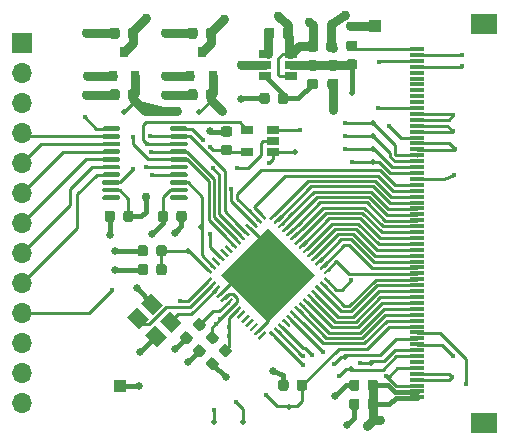
<source format=gbr>
%TF.GenerationSoftware,KiCad,Pcbnew,(5.1.6-0-10_14)*%
%TF.CreationDate,2020-07-19T16:10:20+02:00*%
%TF.ProjectId,driver-board,64726976-6572-42d6-926f-6172642e6b69,rev?*%
%TF.SameCoordinates,Original*%
%TF.FileFunction,Copper,L1,Top*%
%TF.FilePolarity,Positive*%
%FSLAX46Y46*%
G04 Gerber Fmt 4.6, Leading zero omitted, Abs format (unit mm)*
G04 Created by KiCad (PCBNEW (5.1.6-0-10_14)) date 2020-07-19 16:10:20*
%MOMM*%
%LPD*%
G01*
G04 APERTURE LIST*
%TA.AperFunction,SMDPad,CuDef*%
%ADD10R,0.800000X0.900000*%
%TD*%
%TA.AperFunction,SMDPad,CuDef*%
%ADD11R,1.060000X0.650000*%
%TD*%
%TA.AperFunction,SMDPad,CuDef*%
%ADD12C,0.100000*%
%TD*%
%TA.AperFunction,SMDPad,CuDef*%
%ADD13C,0.500000*%
%TD*%
%TA.AperFunction,SMDPad,CuDef*%
%ADD14R,1.000000X1.000000*%
%TD*%
%TA.AperFunction,ComponentPad*%
%ADD15R,1.700000X1.700000*%
%TD*%
%TA.AperFunction,ComponentPad*%
%ADD16O,1.700000X1.700000*%
%TD*%
%TA.AperFunction,SMDPad,CuDef*%
%ADD17R,1.300000X0.300000*%
%TD*%
%TA.AperFunction,SMDPad,CuDef*%
%ADD18R,2.200000X1.800000*%
%TD*%
%TA.AperFunction,ViaPad*%
%ADD19C,0.750000*%
%TD*%
%TA.AperFunction,ViaPad*%
%ADD20C,0.450000*%
%TD*%
%TA.AperFunction,ViaPad*%
%ADD21C,0.650000*%
%TD*%
%TA.AperFunction,Conductor*%
%ADD22C,0.250000*%
%TD*%
%TA.AperFunction,Conductor*%
%ADD23C,0.400000*%
%TD*%
%TA.AperFunction,Conductor*%
%ADD24C,0.750000*%
%TD*%
%TA.AperFunction,Conductor*%
%ADD25C,0.450000*%
%TD*%
%TA.AperFunction,Conductor*%
%ADD26C,0.254000*%
%TD*%
G04 APERTURE END LIST*
%TO.P,C1,1*%
%TO.N,+3V0*%
%TA.AperFunction,SMDPad,CuDef*%
G36*
G01*
X123675000Y-66056250D02*
X123675000Y-65543750D01*
G75*
G02*
X123893750Y-65325000I218750J0D01*
G01*
X124331250Y-65325000D01*
G75*
G02*
X124550000Y-65543750I0J-218750D01*
G01*
X124550000Y-66056250D01*
G75*
G02*
X124331250Y-66275000I-218750J0D01*
G01*
X123893750Y-66275000D01*
G75*
G02*
X123675000Y-66056250I0J218750D01*
G01*
G37*
%TD.AperFunction*%
%TO.P,C1,2*%
%TO.N,GND*%
%TA.AperFunction,SMDPad,CuDef*%
G36*
G01*
X125250000Y-66056250D02*
X125250000Y-65543750D01*
G75*
G02*
X125468750Y-65325000I218750J0D01*
G01*
X125906250Y-65325000D01*
G75*
G02*
X126125000Y-65543750I0J-218750D01*
G01*
X126125000Y-66056250D01*
G75*
G02*
X125906250Y-66275000I-218750J0D01*
G01*
X125468750Y-66275000D01*
G75*
G02*
X125250000Y-66056250I0J218750D01*
G01*
G37*
%TD.AperFunction*%
%TD*%
%TO.P,C2,1*%
%TO.N,VCC*%
%TA.AperFunction,SMDPad,CuDef*%
G36*
G01*
X121625000Y-65543750D02*
X121625000Y-66056250D01*
G75*
G02*
X121406250Y-66275000I-218750J0D01*
G01*
X120968750Y-66275000D01*
G75*
G02*
X120750000Y-66056250I0J218750D01*
G01*
X120750000Y-65543750D01*
G75*
G02*
X120968750Y-65325000I218750J0D01*
G01*
X121406250Y-65325000D01*
G75*
G02*
X121625000Y-65543750I0J-218750D01*
G01*
G37*
%TD.AperFunction*%
%TO.P,C2,2*%
%TO.N,GND*%
%TA.AperFunction,SMDPad,CuDef*%
G36*
G01*
X120050000Y-65543750D02*
X120050000Y-66056250D01*
G75*
G02*
X119831250Y-66275000I-218750J0D01*
G01*
X119393750Y-66275000D01*
G75*
G02*
X119175000Y-66056250I0J218750D01*
G01*
X119175000Y-65543750D01*
G75*
G02*
X119393750Y-65325000I218750J0D01*
G01*
X119831250Y-65325000D01*
G75*
G02*
X120050000Y-65543750I0J-218750D01*
G01*
G37*
%TD.AperFunction*%
%TD*%
%TO.P,C3,2*%
%TO.N,GND*%
%TA.AperFunction,SMDPad,CuDef*%
G36*
G01*
X120450000Y-50043750D02*
X120450000Y-50556250D01*
G75*
G02*
X120231250Y-50775000I-218750J0D01*
G01*
X119793750Y-50775000D01*
G75*
G02*
X119575000Y-50556250I0J218750D01*
G01*
X119575000Y-50043750D01*
G75*
G02*
X119793750Y-49825000I218750J0D01*
G01*
X120231250Y-49825000D01*
G75*
G02*
X120450000Y-50043750I0J-218750D01*
G01*
G37*
%TD.AperFunction*%
%TO.P,C3,1*%
%TO.N,+5V*%
%TA.AperFunction,SMDPad,CuDef*%
G36*
G01*
X122025000Y-50043750D02*
X122025000Y-50556250D01*
G75*
G02*
X121806250Y-50775000I-218750J0D01*
G01*
X121368750Y-50775000D01*
G75*
G02*
X121150000Y-50556250I0J218750D01*
G01*
X121150000Y-50043750D01*
G75*
G02*
X121368750Y-49825000I218750J0D01*
G01*
X121806250Y-49825000D01*
G75*
G02*
X122025000Y-50043750I0J-218750D01*
G01*
G37*
%TD.AperFunction*%
%TD*%
%TO.P,C4,1*%
%TO.N,+3V0*%
%TA.AperFunction,SMDPad,CuDef*%
G36*
G01*
X122025000Y-55243750D02*
X122025000Y-55756250D01*
G75*
G02*
X121806250Y-55975000I-218750J0D01*
G01*
X121368750Y-55975000D01*
G75*
G02*
X121150000Y-55756250I0J218750D01*
G01*
X121150000Y-55243750D01*
G75*
G02*
X121368750Y-55025000I218750J0D01*
G01*
X121806250Y-55025000D01*
G75*
G02*
X122025000Y-55243750I0J-218750D01*
G01*
G37*
%TD.AperFunction*%
%TO.P,C4,2*%
%TO.N,GND*%
%TA.AperFunction,SMDPad,CuDef*%
G36*
G01*
X120450000Y-55243750D02*
X120450000Y-55756250D01*
G75*
G02*
X120231250Y-55975000I-218750J0D01*
G01*
X119793750Y-55975000D01*
G75*
G02*
X119575000Y-55756250I0J218750D01*
G01*
X119575000Y-55243750D01*
G75*
G02*
X119793750Y-55025000I218750J0D01*
G01*
X120231250Y-55025000D01*
G75*
G02*
X120450000Y-55243750I0J-218750D01*
G01*
G37*
%TD.AperFunction*%
%TD*%
%TO.P,C5,2*%
%TO.N,GND*%
%TA.AperFunction,SMDPad,CuDef*%
G36*
G01*
X127050000Y-50043750D02*
X127050000Y-50556250D01*
G75*
G02*
X126831250Y-50775000I-218750J0D01*
G01*
X126393750Y-50775000D01*
G75*
G02*
X126175000Y-50556250I0J218750D01*
G01*
X126175000Y-50043750D01*
G75*
G02*
X126393750Y-49825000I218750J0D01*
G01*
X126831250Y-49825000D01*
G75*
G02*
X127050000Y-50043750I0J-218750D01*
G01*
G37*
%TD.AperFunction*%
%TO.P,C5,1*%
%TO.N,+5V*%
%TA.AperFunction,SMDPad,CuDef*%
G36*
G01*
X128625000Y-50043750D02*
X128625000Y-50556250D01*
G75*
G02*
X128406250Y-50775000I-218750J0D01*
G01*
X127968750Y-50775000D01*
G75*
G02*
X127750000Y-50556250I0J218750D01*
G01*
X127750000Y-50043750D01*
G75*
G02*
X127968750Y-49825000I218750J0D01*
G01*
X128406250Y-49825000D01*
G75*
G02*
X128625000Y-50043750I0J-218750D01*
G01*
G37*
%TD.AperFunction*%
%TD*%
%TO.P,C6,1*%
%TO.N,+3V3*%
%TA.AperFunction,SMDPad,CuDef*%
G36*
G01*
X128625000Y-55243750D02*
X128625000Y-55756250D01*
G75*
G02*
X128406250Y-55975000I-218750J0D01*
G01*
X127968750Y-55975000D01*
G75*
G02*
X127750000Y-55756250I0J218750D01*
G01*
X127750000Y-55243750D01*
G75*
G02*
X127968750Y-55025000I218750J0D01*
G01*
X128406250Y-55025000D01*
G75*
G02*
X128625000Y-55243750I0J-218750D01*
G01*
G37*
%TD.AperFunction*%
%TO.P,C6,2*%
%TO.N,GND*%
%TA.AperFunction,SMDPad,CuDef*%
G36*
G01*
X127050000Y-55243750D02*
X127050000Y-55756250D01*
G75*
G02*
X126831250Y-55975000I-218750J0D01*
G01*
X126393750Y-55975000D01*
G75*
G02*
X126175000Y-55756250I0J218750D01*
G01*
X126175000Y-55243750D01*
G75*
G02*
X126393750Y-55025000I218750J0D01*
G01*
X126831250Y-55025000D01*
G75*
G02*
X127050000Y-55243750I0J-218750D01*
G01*
G37*
%TD.AperFunction*%
%TD*%
%TO.P,C7,2*%
%TO.N,GND*%
%TA.AperFunction,SMDPad,CuDef*%
G36*
G01*
X137950000Y-51656250D02*
X137950000Y-51143750D01*
G75*
G02*
X138168750Y-50925000I218750J0D01*
G01*
X138606250Y-50925000D01*
G75*
G02*
X138825000Y-51143750I0J-218750D01*
G01*
X138825000Y-51656250D01*
G75*
G02*
X138606250Y-51875000I-218750J0D01*
G01*
X138168750Y-51875000D01*
G75*
G02*
X137950000Y-51656250I0J218750D01*
G01*
G37*
%TD.AperFunction*%
%TO.P,C7,1*%
%TO.N,+5V*%
%TA.AperFunction,SMDPad,CuDef*%
G36*
G01*
X136375000Y-51656250D02*
X136375000Y-51143750D01*
G75*
G02*
X136593750Y-50925000I218750J0D01*
G01*
X137031250Y-50925000D01*
G75*
G02*
X137250000Y-51143750I0J-218750D01*
G01*
X137250000Y-51656250D01*
G75*
G02*
X137031250Y-51875000I-218750J0D01*
G01*
X136593750Y-51875000D01*
G75*
G02*
X136375000Y-51656250I0J218750D01*
G01*
G37*
%TD.AperFunction*%
%TD*%
%TO.P,C8,2*%
%TO.N,GND*%
%TA.AperFunction,SMDPad,CuDef*%
G36*
G01*
X138243750Y-54150000D02*
X138756250Y-54150000D01*
G75*
G02*
X138975000Y-54368750I0J-218750D01*
G01*
X138975000Y-54806250D01*
G75*
G02*
X138756250Y-55025000I-218750J0D01*
G01*
X138243750Y-55025000D01*
G75*
G02*
X138025000Y-54806250I0J218750D01*
G01*
X138025000Y-54368750D01*
G75*
G02*
X138243750Y-54150000I218750J0D01*
G01*
G37*
%TD.AperFunction*%
%TO.P,C8,1*%
%TO.N,+12V*%
%TA.AperFunction,SMDPad,CuDef*%
G36*
G01*
X138243750Y-52575000D02*
X138756250Y-52575000D01*
G75*
G02*
X138975000Y-52793750I0J-218750D01*
G01*
X138975000Y-53231250D01*
G75*
G02*
X138756250Y-53450000I-218750J0D01*
G01*
X138243750Y-53450000D01*
G75*
G02*
X138025000Y-53231250I0J218750D01*
G01*
X138025000Y-52793750D01*
G75*
G02*
X138243750Y-52575000I218750J0D01*
G01*
G37*
%TD.AperFunction*%
%TD*%
%TO.P,C9,1*%
%TO.N,+3V0*%
%TA.AperFunction,SMDPad,CuDef*%
G36*
G01*
X129756250Y-60625000D02*
X129243750Y-60625000D01*
G75*
G02*
X129025000Y-60406250I0J218750D01*
G01*
X129025000Y-59968750D01*
G75*
G02*
X129243750Y-59750000I218750J0D01*
G01*
X129756250Y-59750000D01*
G75*
G02*
X129975000Y-59968750I0J-218750D01*
G01*
X129975000Y-60406250D01*
G75*
G02*
X129756250Y-60625000I-218750J0D01*
G01*
G37*
%TD.AperFunction*%
%TO.P,C9,2*%
%TO.N,GND*%
%TA.AperFunction,SMDPad,CuDef*%
G36*
G01*
X129756250Y-59050000D02*
X129243750Y-59050000D01*
G75*
G02*
X129025000Y-58831250I0J218750D01*
G01*
X129025000Y-58393750D01*
G75*
G02*
X129243750Y-58175000I218750J0D01*
G01*
X129756250Y-58175000D01*
G75*
G02*
X129975000Y-58393750I0J-218750D01*
G01*
X129975000Y-58831250D01*
G75*
G02*
X129756250Y-59050000I-218750J0D01*
G01*
G37*
%TD.AperFunction*%
%TD*%
%TO.P,C10,2*%
%TO.N,GND*%
%TA.AperFunction,SMDPad,CuDef*%
G36*
G01*
X122850000Y-70043750D02*
X122850000Y-70556250D01*
G75*
G02*
X122631250Y-70775000I-218750J0D01*
G01*
X122193750Y-70775000D01*
G75*
G02*
X121975000Y-70556250I0J218750D01*
G01*
X121975000Y-70043750D01*
G75*
G02*
X122193750Y-69825000I218750J0D01*
G01*
X122631250Y-69825000D01*
G75*
G02*
X122850000Y-70043750I0J-218750D01*
G01*
G37*
%TD.AperFunction*%
%TO.P,C10,1*%
%TO.N,FTRES*%
%TA.AperFunction,SMDPad,CuDef*%
G36*
G01*
X124425000Y-70043750D02*
X124425000Y-70556250D01*
G75*
G02*
X124206250Y-70775000I-218750J0D01*
G01*
X123768750Y-70775000D01*
G75*
G02*
X123550000Y-70556250I0J218750D01*
G01*
X123550000Y-70043750D01*
G75*
G02*
X123768750Y-69825000I218750J0D01*
G01*
X124206250Y-69825000D01*
G75*
G02*
X124425000Y-70043750I0J-218750D01*
G01*
G37*
%TD.AperFunction*%
%TD*%
%TO.P,C11,1*%
%TO.N,Net-(C11-Pad1)*%
%TA.AperFunction,SMDPad,CuDef*%
G36*
G01*
X127335010Y-74477598D02*
X127697403Y-74839990D01*
G75*
G02*
X127697403Y-75149350I-154680J-154680D01*
G01*
X127388044Y-75458709D01*
G75*
G02*
X127078684Y-75458709I-154680J154680D01*
G01*
X126716291Y-75096316D01*
G75*
G02*
X126716291Y-74786956I154680J154680D01*
G01*
X127025650Y-74477597D01*
G75*
G02*
X127335010Y-74477597I154680J-154680D01*
G01*
G37*
%TD.AperFunction*%
%TO.P,C11,2*%
%TO.N,GND*%
%TA.AperFunction,SMDPad,CuDef*%
G36*
G01*
X126221316Y-75591292D02*
X126583709Y-75953684D01*
G75*
G02*
X126583709Y-76263044I-154680J-154680D01*
G01*
X126274350Y-76572403D01*
G75*
G02*
X125964990Y-76572403I-154680J154680D01*
G01*
X125602597Y-76210010D01*
G75*
G02*
X125602597Y-75900650I154680J154680D01*
G01*
X125911956Y-75591291D01*
G75*
G02*
X126221316Y-75591291I154680J-154680D01*
G01*
G37*
%TD.AperFunction*%
%TD*%
%TO.P,C12,1*%
%TO.N,+3V3*%
%TA.AperFunction,SMDPad,CuDef*%
G36*
G01*
X128435010Y-75577598D02*
X128797403Y-75939990D01*
G75*
G02*
X128797403Y-76249350I-154680J-154680D01*
G01*
X128488044Y-76558709D01*
G75*
G02*
X128178684Y-76558709I-154680J154680D01*
G01*
X127816291Y-76196316D01*
G75*
G02*
X127816291Y-75886956I154680J154680D01*
G01*
X128125650Y-75577597D01*
G75*
G02*
X128435010Y-75577597I154680J-154680D01*
G01*
G37*
%TD.AperFunction*%
%TO.P,C12,2*%
%TO.N,GND*%
%TA.AperFunction,SMDPad,CuDef*%
G36*
G01*
X127321316Y-76691292D02*
X127683709Y-77053684D01*
G75*
G02*
X127683709Y-77363044I-154680J-154680D01*
G01*
X127374350Y-77672403D01*
G75*
G02*
X127064990Y-77672403I-154680J154680D01*
G01*
X126702597Y-77310010D01*
G75*
G02*
X126702597Y-77000650I154680J154680D01*
G01*
X127011956Y-76691291D01*
G75*
G02*
X127321316Y-76691291I154680J-154680D01*
G01*
G37*
%TD.AperFunction*%
%TD*%
%TO.P,C13,2*%
%TO.N,GND*%
%TA.AperFunction,SMDPad,CuDef*%
G36*
G01*
X128421316Y-77791292D02*
X128783709Y-78153684D01*
G75*
G02*
X128783709Y-78463044I-154680J-154680D01*
G01*
X128474350Y-78772403D01*
G75*
G02*
X128164990Y-78772403I-154680J154680D01*
G01*
X127802597Y-78410010D01*
G75*
G02*
X127802597Y-78100650I154680J154680D01*
G01*
X128111956Y-77791291D01*
G75*
G02*
X128421316Y-77791291I154680J-154680D01*
G01*
G37*
%TD.AperFunction*%
%TO.P,C13,1*%
%TO.N,+3V0*%
%TA.AperFunction,SMDPad,CuDef*%
G36*
G01*
X129535010Y-76677598D02*
X129897403Y-77039990D01*
G75*
G02*
X129897403Y-77349350I-154680J-154680D01*
G01*
X129588044Y-77658709D01*
G75*
G02*
X129278684Y-77658709I-154680J154680D01*
G01*
X128916291Y-77296316D01*
G75*
G02*
X128916291Y-76986956I154680J154680D01*
G01*
X129225650Y-76677597D01*
G75*
G02*
X129535010Y-76677597I154680J-154680D01*
G01*
G37*
%TD.AperFunction*%
%TD*%
%TO.P,C14,1*%
%TO.N,+3V0*%
%TA.AperFunction,SMDPad,CuDef*%
G36*
G01*
X142325000Y-79843750D02*
X142325000Y-80356250D01*
G75*
G02*
X142106250Y-80575000I-218750J0D01*
G01*
X141668750Y-80575000D01*
G75*
G02*
X141450000Y-80356250I0J218750D01*
G01*
X141450000Y-79843750D01*
G75*
G02*
X141668750Y-79625000I218750J0D01*
G01*
X142106250Y-79625000D01*
G75*
G02*
X142325000Y-79843750I0J-218750D01*
G01*
G37*
%TD.AperFunction*%
%TO.P,C14,2*%
%TO.N,GND*%
%TA.AperFunction,SMDPad,CuDef*%
G36*
G01*
X140750000Y-79843750D02*
X140750000Y-80356250D01*
G75*
G02*
X140531250Y-80575000I-218750J0D01*
G01*
X140093750Y-80575000D01*
G75*
G02*
X139875000Y-80356250I0J218750D01*
G01*
X139875000Y-79843750D01*
G75*
G02*
X140093750Y-79625000I218750J0D01*
G01*
X140531250Y-79625000D01*
G75*
G02*
X140750000Y-79843750I0J-218750D01*
G01*
G37*
%TD.AperFunction*%
%TD*%
%TO.P,C15,2*%
%TO.N,GND*%
%TA.AperFunction,SMDPad,CuDef*%
G36*
G01*
X140750000Y-81443750D02*
X140750000Y-81956250D01*
G75*
G02*
X140531250Y-82175000I-218750J0D01*
G01*
X140093750Y-82175000D01*
G75*
G02*
X139875000Y-81956250I0J218750D01*
G01*
X139875000Y-81443750D01*
G75*
G02*
X140093750Y-81225000I218750J0D01*
G01*
X140531250Y-81225000D01*
G75*
G02*
X140750000Y-81443750I0J-218750D01*
G01*
G37*
%TD.AperFunction*%
%TO.P,C15,1*%
%TO.N,+3V0*%
%TA.AperFunction,SMDPad,CuDef*%
G36*
G01*
X142325000Y-81443750D02*
X142325000Y-81956250D01*
G75*
G02*
X142106250Y-82175000I-218750J0D01*
G01*
X141668750Y-82175000D01*
G75*
G02*
X141450000Y-81956250I0J218750D01*
G01*
X141450000Y-81443750D01*
G75*
G02*
X141668750Y-81225000I218750J0D01*
G01*
X142106250Y-81225000D01*
G75*
G02*
X142325000Y-81443750I0J-218750D01*
G01*
G37*
%TD.AperFunction*%
%TD*%
%TO.P,L1,1*%
%TO.N,+5V*%
%TA.AperFunction,SMDPad,CuDef*%
G36*
G01*
X135125000Y-50043750D02*
X135125000Y-50556250D01*
G75*
G02*
X134906250Y-50775000I-218750J0D01*
G01*
X134468750Y-50775000D01*
G75*
G02*
X134250000Y-50556250I0J218750D01*
G01*
X134250000Y-50043750D01*
G75*
G02*
X134468750Y-49825000I218750J0D01*
G01*
X134906250Y-49825000D01*
G75*
G02*
X135125000Y-50043750I0J-218750D01*
G01*
G37*
%TD.AperFunction*%
%TO.P,L1,2*%
%TO.N,Net-(L1-Pad2)*%
%TA.AperFunction,SMDPad,CuDef*%
G36*
G01*
X133550000Y-50043750D02*
X133550000Y-50556250D01*
G75*
G02*
X133331250Y-50775000I-218750J0D01*
G01*
X132893750Y-50775000D01*
G75*
G02*
X132675000Y-50556250I0J218750D01*
G01*
X132675000Y-50043750D01*
G75*
G02*
X132893750Y-49825000I218750J0D01*
G01*
X133331250Y-49825000D01*
G75*
G02*
X133550000Y-50043750I0J-218750D01*
G01*
G37*
%TD.AperFunction*%
%TD*%
%TO.P,R1,2*%
%TO.N,Net-(R1-Pad2)*%
%TA.AperFunction,SMDPad,CuDef*%
G36*
G01*
X136543750Y-54150000D02*
X137056250Y-54150000D01*
G75*
G02*
X137275000Y-54368750I0J-218750D01*
G01*
X137275000Y-54806250D01*
G75*
G02*
X137056250Y-55025000I-218750J0D01*
G01*
X136543750Y-55025000D01*
G75*
G02*
X136325000Y-54806250I0J218750D01*
G01*
X136325000Y-54368750D01*
G75*
G02*
X136543750Y-54150000I218750J0D01*
G01*
G37*
%TD.AperFunction*%
%TO.P,R1,1*%
%TO.N,+12V*%
%TA.AperFunction,SMDPad,CuDef*%
G36*
G01*
X136543750Y-52575000D02*
X137056250Y-52575000D01*
G75*
G02*
X137275000Y-52793750I0J-218750D01*
G01*
X137275000Y-53231250D01*
G75*
G02*
X137056250Y-53450000I-218750J0D01*
G01*
X136543750Y-53450000D01*
G75*
G02*
X136325000Y-53231250I0J218750D01*
G01*
X136325000Y-52793750D01*
G75*
G02*
X136543750Y-52575000I218750J0D01*
G01*
G37*
%TD.AperFunction*%
%TD*%
%TO.P,R2,1*%
%TO.N,Net-(R1-Pad2)*%
%TA.AperFunction,SMDPad,CuDef*%
G36*
G01*
X134725000Y-55543750D02*
X134725000Y-56056250D01*
G75*
G02*
X134506250Y-56275000I-218750J0D01*
G01*
X134068750Y-56275000D01*
G75*
G02*
X133850000Y-56056250I0J218750D01*
G01*
X133850000Y-55543750D01*
G75*
G02*
X134068750Y-55325000I218750J0D01*
G01*
X134506250Y-55325000D01*
G75*
G02*
X134725000Y-55543750I0J-218750D01*
G01*
G37*
%TD.AperFunction*%
%TO.P,R2,2*%
%TO.N,GND*%
%TA.AperFunction,SMDPad,CuDef*%
G36*
G01*
X133150000Y-55543750D02*
X133150000Y-56056250D01*
G75*
G02*
X132931250Y-56275000I-218750J0D01*
G01*
X132493750Y-56275000D01*
G75*
G02*
X132275000Y-56056250I0J218750D01*
G01*
X132275000Y-55543750D01*
G75*
G02*
X132493750Y-55325000I218750J0D01*
G01*
X132931250Y-55325000D01*
G75*
G02*
X133150000Y-55543750I0J-218750D01*
G01*
G37*
%TD.AperFunction*%
%TD*%
%TO.P,R3,1*%
%TO.N,FTRES*%
%TA.AperFunction,SMDPad,CuDef*%
G36*
G01*
X124425000Y-68443750D02*
X124425000Y-68956250D01*
G75*
G02*
X124206250Y-69175000I-218750J0D01*
G01*
X123768750Y-69175000D01*
G75*
G02*
X123550000Y-68956250I0J218750D01*
G01*
X123550000Y-68443750D01*
G75*
G02*
X123768750Y-68225000I218750J0D01*
G01*
X124206250Y-68225000D01*
G75*
G02*
X124425000Y-68443750I0J-218750D01*
G01*
G37*
%TD.AperFunction*%
%TO.P,R3,2*%
%TO.N,+3V0*%
%TA.AperFunction,SMDPad,CuDef*%
G36*
G01*
X122850000Y-68443750D02*
X122850000Y-68956250D01*
G75*
G02*
X122631250Y-69175000I-218750J0D01*
G01*
X122193750Y-69175000D01*
G75*
G02*
X121975000Y-68956250I0J218750D01*
G01*
X121975000Y-68443750D01*
G75*
G02*
X122193750Y-68225000I218750J0D01*
G01*
X122631250Y-68225000D01*
G75*
G02*
X122850000Y-68443750I0J-218750D01*
G01*
G37*
%TD.AperFunction*%
%TD*%
%TO.P,R4,2*%
%TO.N,+12V*%
%TA.AperFunction,SMDPad,CuDef*%
G36*
G01*
X139843750Y-52500000D02*
X140356250Y-52500000D01*
G75*
G02*
X140575000Y-52718750I0J-218750D01*
G01*
X140575000Y-53156250D01*
G75*
G02*
X140356250Y-53375000I-218750J0D01*
G01*
X139843750Y-53375000D01*
G75*
G02*
X139625000Y-53156250I0J218750D01*
G01*
X139625000Y-52718750D01*
G75*
G02*
X139843750Y-52500000I218750J0D01*
G01*
G37*
%TD.AperFunction*%
%TO.P,R4,1*%
%TO.N,Net-(R4-Pad1)*%
%TA.AperFunction,SMDPad,CuDef*%
G36*
G01*
X139843750Y-50925000D02*
X140356250Y-50925000D01*
G75*
G02*
X140575000Y-51143750I0J-218750D01*
G01*
X140575000Y-51581250D01*
G75*
G02*
X140356250Y-51800000I-218750J0D01*
G01*
X139843750Y-51800000D01*
G75*
G02*
X139625000Y-51581250I0J218750D01*
G01*
X139625000Y-51143750D01*
G75*
G02*
X139843750Y-50925000I218750J0D01*
G01*
G37*
%TD.AperFunction*%
%TD*%
%TO.P,R5,1*%
%TO.N,DISPRES*%
%TA.AperFunction,SMDPad,CuDef*%
G36*
G01*
X136325000Y-79843750D02*
X136325000Y-80356250D01*
G75*
G02*
X136106250Y-80575000I-218750J0D01*
G01*
X135668750Y-80575000D01*
G75*
G02*
X135450000Y-80356250I0J218750D01*
G01*
X135450000Y-79843750D01*
G75*
G02*
X135668750Y-79625000I218750J0D01*
G01*
X136106250Y-79625000D01*
G75*
G02*
X136325000Y-79843750I0J-218750D01*
G01*
G37*
%TD.AperFunction*%
%TO.P,R5,2*%
%TO.N,+3V0*%
%TA.AperFunction,SMDPad,CuDef*%
G36*
G01*
X134750000Y-79843750D02*
X134750000Y-80356250D01*
G75*
G02*
X134531250Y-80575000I-218750J0D01*
G01*
X134093750Y-80575000D01*
G75*
G02*
X133875000Y-80356250I0J218750D01*
G01*
X133875000Y-79843750D01*
G75*
G02*
X134093750Y-79625000I218750J0D01*
G01*
X134531250Y-79625000D01*
G75*
G02*
X134750000Y-79843750I0J-218750D01*
G01*
G37*
%TD.AperFunction*%
%TD*%
%TO.P,U1,1*%
%TO.N,Net-(U1-Pad1)*%
%TA.AperFunction,SMDPad,CuDef*%
G36*
G01*
X126200000Y-64125000D02*
X126200000Y-64325000D01*
G75*
G02*
X126100000Y-64425000I-100000J0D01*
G01*
X124825000Y-64425000D01*
G75*
G02*
X124725000Y-64325000I0J100000D01*
G01*
X124725000Y-64125000D01*
G75*
G02*
X124825000Y-64025000I100000J0D01*
G01*
X126100000Y-64025000D01*
G75*
G02*
X126200000Y-64125000I0J-100000D01*
G01*
G37*
%TD.AperFunction*%
%TO.P,U1,2*%
%TO.N,+3V0*%
%TA.AperFunction,SMDPad,CuDef*%
G36*
G01*
X126200000Y-63475000D02*
X126200000Y-63675000D01*
G75*
G02*
X126100000Y-63775000I-100000J0D01*
G01*
X124825000Y-63775000D01*
G75*
G02*
X124725000Y-63675000I0J100000D01*
G01*
X124725000Y-63475000D01*
G75*
G02*
X124825000Y-63375000I100000J0D01*
G01*
X126100000Y-63375000D01*
G75*
G02*
X126200000Y-63475000I0J-100000D01*
G01*
G37*
%TD.AperFunction*%
%TO.P,U1,3*%
%TO.N,IRQ_3V*%
%TA.AperFunction,SMDPad,CuDef*%
G36*
G01*
X126200000Y-62825000D02*
X126200000Y-63025000D01*
G75*
G02*
X126100000Y-63125000I-100000J0D01*
G01*
X124825000Y-63125000D01*
G75*
G02*
X124725000Y-63025000I0J100000D01*
G01*
X124725000Y-62825000D01*
G75*
G02*
X124825000Y-62725000I100000J0D01*
G01*
X126100000Y-62725000D01*
G75*
G02*
X126200000Y-62825000I0J-100000D01*
G01*
G37*
%TD.AperFunction*%
%TO.P,U1,4*%
%TO.N,DC_3V*%
%TA.AperFunction,SMDPad,CuDef*%
G36*
G01*
X126200000Y-62175000D02*
X126200000Y-62375000D01*
G75*
G02*
X126100000Y-62475000I-100000J0D01*
G01*
X124825000Y-62475000D01*
G75*
G02*
X124725000Y-62375000I0J100000D01*
G01*
X124725000Y-62175000D01*
G75*
G02*
X124825000Y-62075000I100000J0D01*
G01*
X126100000Y-62075000D01*
G75*
G02*
X126200000Y-62175000I0J-100000D01*
G01*
G37*
%TD.AperFunction*%
%TO.P,U1,5*%
%TO.N,CS2_3V*%
%TA.AperFunction,SMDPad,CuDef*%
G36*
G01*
X126200000Y-61525000D02*
X126200000Y-61725000D01*
G75*
G02*
X126100000Y-61825000I-100000J0D01*
G01*
X124825000Y-61825000D01*
G75*
G02*
X124725000Y-61725000I0J100000D01*
G01*
X124725000Y-61525000D01*
G75*
G02*
X124825000Y-61425000I100000J0D01*
G01*
X126100000Y-61425000D01*
G75*
G02*
X126200000Y-61525000I0J-100000D01*
G01*
G37*
%TD.AperFunction*%
%TO.P,U1,6*%
%TO.N,CS1_3V*%
%TA.AperFunction,SMDPad,CuDef*%
G36*
G01*
X126200000Y-60875000D02*
X126200000Y-61075000D01*
G75*
G02*
X126100000Y-61175000I-100000J0D01*
G01*
X124825000Y-61175000D01*
G75*
G02*
X124725000Y-61075000I0J100000D01*
G01*
X124725000Y-60875000D01*
G75*
G02*
X124825000Y-60775000I100000J0D01*
G01*
X126100000Y-60775000D01*
G75*
G02*
X126200000Y-60875000I0J-100000D01*
G01*
G37*
%TD.AperFunction*%
%TO.P,U1,7*%
%TO.N,SDO_3V*%
%TA.AperFunction,SMDPad,CuDef*%
G36*
G01*
X126200000Y-60225000D02*
X126200000Y-60425000D01*
G75*
G02*
X126100000Y-60525000I-100000J0D01*
G01*
X124825000Y-60525000D01*
G75*
G02*
X124725000Y-60425000I0J100000D01*
G01*
X124725000Y-60225000D01*
G75*
G02*
X124825000Y-60125000I100000J0D01*
G01*
X126100000Y-60125000D01*
G75*
G02*
X126200000Y-60225000I0J-100000D01*
G01*
G37*
%TD.AperFunction*%
%TO.P,U1,8*%
%TO.N,SDI_3V*%
%TA.AperFunction,SMDPad,CuDef*%
G36*
G01*
X126200000Y-59575000D02*
X126200000Y-59775000D01*
G75*
G02*
X126100000Y-59875000I-100000J0D01*
G01*
X124825000Y-59875000D01*
G75*
G02*
X124725000Y-59775000I0J100000D01*
G01*
X124725000Y-59575000D01*
G75*
G02*
X124825000Y-59475000I100000J0D01*
G01*
X126100000Y-59475000D01*
G75*
G02*
X126200000Y-59575000I0J-100000D01*
G01*
G37*
%TD.AperFunction*%
%TO.P,U1,9*%
%TO.N,SCK_3V*%
%TA.AperFunction,SMDPad,CuDef*%
G36*
G01*
X126200000Y-58925000D02*
X126200000Y-59125000D01*
G75*
G02*
X126100000Y-59225000I-100000J0D01*
G01*
X124825000Y-59225000D01*
G75*
G02*
X124725000Y-59125000I0J100000D01*
G01*
X124725000Y-58925000D01*
G75*
G02*
X124825000Y-58825000I100000J0D01*
G01*
X126100000Y-58825000D01*
G75*
G02*
X126200000Y-58925000I0J-100000D01*
G01*
G37*
%TD.AperFunction*%
%TO.P,U1,10*%
%TO.N,+3V0*%
%TA.AperFunction,SMDPad,CuDef*%
G36*
G01*
X126200000Y-58275000D02*
X126200000Y-58475000D01*
G75*
G02*
X126100000Y-58575000I-100000J0D01*
G01*
X124825000Y-58575000D01*
G75*
G02*
X124725000Y-58475000I0J100000D01*
G01*
X124725000Y-58275000D01*
G75*
G02*
X124825000Y-58175000I100000J0D01*
G01*
X126100000Y-58175000D01*
G75*
G02*
X126200000Y-58275000I0J-100000D01*
G01*
G37*
%TD.AperFunction*%
%TO.P,U1,11*%
%TO.N,GND*%
%TA.AperFunction,SMDPad,CuDef*%
G36*
G01*
X120475000Y-58275000D02*
X120475000Y-58475000D01*
G75*
G02*
X120375000Y-58575000I-100000J0D01*
G01*
X119100000Y-58575000D01*
G75*
G02*
X119000000Y-58475000I0J100000D01*
G01*
X119000000Y-58275000D01*
G75*
G02*
X119100000Y-58175000I100000J0D01*
G01*
X120375000Y-58175000D01*
G75*
G02*
X120475000Y-58275000I0J-100000D01*
G01*
G37*
%TD.AperFunction*%
%TO.P,U1,12*%
%TO.N,SCK*%
%TA.AperFunction,SMDPad,CuDef*%
G36*
G01*
X120475000Y-58925000D02*
X120475000Y-59125000D01*
G75*
G02*
X120375000Y-59225000I-100000J0D01*
G01*
X119100000Y-59225000D01*
G75*
G02*
X119000000Y-59125000I0J100000D01*
G01*
X119000000Y-58925000D01*
G75*
G02*
X119100000Y-58825000I100000J0D01*
G01*
X120375000Y-58825000D01*
G75*
G02*
X120475000Y-58925000I0J-100000D01*
G01*
G37*
%TD.AperFunction*%
%TO.P,U1,13*%
%TO.N,SDI*%
%TA.AperFunction,SMDPad,CuDef*%
G36*
G01*
X120475000Y-59575000D02*
X120475000Y-59775000D01*
G75*
G02*
X120375000Y-59875000I-100000J0D01*
G01*
X119100000Y-59875000D01*
G75*
G02*
X119000000Y-59775000I0J100000D01*
G01*
X119000000Y-59575000D01*
G75*
G02*
X119100000Y-59475000I100000J0D01*
G01*
X120375000Y-59475000D01*
G75*
G02*
X120475000Y-59575000I0J-100000D01*
G01*
G37*
%TD.AperFunction*%
%TO.P,U1,14*%
%TO.N,SDO*%
%TA.AperFunction,SMDPad,CuDef*%
G36*
G01*
X120475000Y-60225000D02*
X120475000Y-60425000D01*
G75*
G02*
X120375000Y-60525000I-100000J0D01*
G01*
X119100000Y-60525000D01*
G75*
G02*
X119000000Y-60425000I0J100000D01*
G01*
X119000000Y-60225000D01*
G75*
G02*
X119100000Y-60125000I100000J0D01*
G01*
X120375000Y-60125000D01*
G75*
G02*
X120475000Y-60225000I0J-100000D01*
G01*
G37*
%TD.AperFunction*%
%TO.P,U1,15*%
%TO.N,CS1*%
%TA.AperFunction,SMDPad,CuDef*%
G36*
G01*
X120475000Y-60875000D02*
X120475000Y-61075000D01*
G75*
G02*
X120375000Y-61175000I-100000J0D01*
G01*
X119100000Y-61175000D01*
G75*
G02*
X119000000Y-61075000I0J100000D01*
G01*
X119000000Y-60875000D01*
G75*
G02*
X119100000Y-60775000I100000J0D01*
G01*
X120375000Y-60775000D01*
G75*
G02*
X120475000Y-60875000I0J-100000D01*
G01*
G37*
%TD.AperFunction*%
%TO.P,U1,16*%
%TO.N,CS2*%
%TA.AperFunction,SMDPad,CuDef*%
G36*
G01*
X120475000Y-61525000D02*
X120475000Y-61725000D01*
G75*
G02*
X120375000Y-61825000I-100000J0D01*
G01*
X119100000Y-61825000D01*
G75*
G02*
X119000000Y-61725000I0J100000D01*
G01*
X119000000Y-61525000D01*
G75*
G02*
X119100000Y-61425000I100000J0D01*
G01*
X120375000Y-61425000D01*
G75*
G02*
X120475000Y-61525000I0J-100000D01*
G01*
G37*
%TD.AperFunction*%
%TO.P,U1,17*%
%TO.N,DC*%
%TA.AperFunction,SMDPad,CuDef*%
G36*
G01*
X120475000Y-62175000D02*
X120475000Y-62375000D01*
G75*
G02*
X120375000Y-62475000I-100000J0D01*
G01*
X119100000Y-62475000D01*
G75*
G02*
X119000000Y-62375000I0J100000D01*
G01*
X119000000Y-62175000D01*
G75*
G02*
X119100000Y-62075000I100000J0D01*
G01*
X120375000Y-62075000D01*
G75*
G02*
X120475000Y-62175000I0J-100000D01*
G01*
G37*
%TD.AperFunction*%
%TO.P,U1,18*%
%TO.N,IRQ*%
%TA.AperFunction,SMDPad,CuDef*%
G36*
G01*
X120475000Y-62825000D02*
X120475000Y-63025000D01*
G75*
G02*
X120375000Y-63125000I-100000J0D01*
G01*
X119100000Y-63125000D01*
G75*
G02*
X119000000Y-63025000I0J100000D01*
G01*
X119000000Y-62825000D01*
G75*
G02*
X119100000Y-62725000I100000J0D01*
G01*
X120375000Y-62725000D01*
G75*
G02*
X120475000Y-62825000I0J-100000D01*
G01*
G37*
%TD.AperFunction*%
%TO.P,U1,19*%
%TO.N,VCC*%
%TA.AperFunction,SMDPad,CuDef*%
G36*
G01*
X120475000Y-63475000D02*
X120475000Y-63675000D01*
G75*
G02*
X120375000Y-63775000I-100000J0D01*
G01*
X119100000Y-63775000D01*
G75*
G02*
X119000000Y-63675000I0J100000D01*
G01*
X119000000Y-63475000D01*
G75*
G02*
X119100000Y-63375000I100000J0D01*
G01*
X120375000Y-63375000D01*
G75*
G02*
X120475000Y-63475000I0J-100000D01*
G01*
G37*
%TD.AperFunction*%
%TO.P,U1,20*%
%TO.N,Net-(U1-Pad20)*%
%TA.AperFunction,SMDPad,CuDef*%
G36*
G01*
X120475000Y-64125000D02*
X120475000Y-64325000D01*
G75*
G02*
X120375000Y-64425000I-100000J0D01*
G01*
X119100000Y-64425000D01*
G75*
G02*
X119000000Y-64325000I0J100000D01*
G01*
X119000000Y-64125000D01*
G75*
G02*
X119100000Y-64025000I100000J0D01*
G01*
X120375000Y-64025000D01*
G75*
G02*
X120475000Y-64125000I0J-100000D01*
G01*
G37*
%TD.AperFunction*%
%TD*%
D10*
%TO.P,U2,3*%
%TO.N,+5V*%
X120800000Y-51900000D03*
%TO.P,U2,2*%
%TO.N,+3V0*%
X121750000Y-53900000D03*
%TO.P,U2,1*%
%TO.N,GND*%
X119850000Y-53900000D03*
%TD*%
%TO.P,U3,1*%
%TO.N,GND*%
X126450000Y-53900000D03*
%TO.P,U3,2*%
%TO.N,+3V3*%
X128350000Y-53900000D03*
%TO.P,U3,3*%
%TO.N,+5V*%
X127400000Y-51900000D03*
%TD*%
D11*
%TO.P,U4,1*%
%TO.N,Net-(L1-Pad2)*%
X132800000Y-52050000D03*
%TO.P,U4,2*%
%TO.N,GND*%
X132800000Y-53000000D03*
%TO.P,U4,3*%
%TO.N,Net-(R1-Pad2)*%
X132800000Y-53950000D03*
%TO.P,U4,4*%
%TO.N,+5V*%
X135000000Y-53950000D03*
%TO.P,U4,6*%
X135000000Y-52050000D03*
%TO.P,U4,5*%
%TO.N,+12V*%
X135000000Y-53000000D03*
%TD*%
%TA.AperFunction,SMDPad,CuDef*%
D12*
%TO.P,X1,1*%
%TO.N,Net-(U6-Pad16)*%
G36*
X121080761Y-74329289D02*
G01*
X121929289Y-73480761D01*
X122919239Y-74470711D01*
X122070711Y-75319239D01*
X121080761Y-74329289D01*
G37*
%TD.AperFunction*%
%TA.AperFunction,SMDPad,CuDef*%
%TO.P,X1,2*%
%TO.N,GND*%
G36*
X122636396Y-75884924D02*
G01*
X123484924Y-75036396D01*
X124474874Y-76026346D01*
X123626346Y-76874874D01*
X122636396Y-75884924D01*
G37*
%TD.AperFunction*%
%TA.AperFunction,SMDPad,CuDef*%
%TO.P,X1,3*%
%TO.N,Net-(U6-Pad17)*%
G36*
X123838477Y-74682843D02*
G01*
X124687005Y-73834315D01*
X125676955Y-74824265D01*
X124828427Y-75672793D01*
X123838477Y-74682843D01*
G37*
%TD.AperFunction*%
%TA.AperFunction,SMDPad,CuDef*%
%TO.P,X1,4*%
%TO.N,GND*%
G36*
X122282842Y-73127208D02*
G01*
X123131370Y-72278680D01*
X124121320Y-73268630D01*
X123272792Y-74117158D01*
X122282842Y-73127208D01*
G37*
%TD.AperFunction*%
%TD*%
D13*
%TO.P,TP1,1*%
%TO.N,+12V*%
X140150000Y-55350000D03*
%TD*%
%TO.P,TP3,1*%
%TO.N,+3V3*%
X127200000Y-57000000D03*
%TD*%
%TO.P,TP5,1*%
%TO.N,+3V0*%
X120800000Y-57000000D03*
%TD*%
D14*
%TO.P,TP2,1*%
%TO.N,GND*%
X120500000Y-80200000D03*
%TD*%
%TO.P,TP4,1*%
%TO.N,GND*%
X142100000Y-49700000D03*
%TD*%
D13*
%TO.P,TP6,1*%
%TO.N,SCK_3V*%
X139500000Y-77700000D03*
%TD*%
%TO.P,TP8,1*%
%TO.N,CS1_3V*%
X135325000Y-60375000D03*
%TD*%
%TO.P,TP10,1*%
%TO.N,CS2_3V*%
X128450000Y-83225000D03*
%TD*%
%TO.P,TP12,1*%
%TO.N,DC_3V*%
X130900000Y-83200000D03*
%TD*%
%TO.P,TP14,1*%
%TO.N,SDI_3V*%
X140000000Y-78700000D03*
%TD*%
%TO.P,TP16,1*%
%TO.N,SDO_3V*%
X141700000Y-78200000D03*
%TD*%
%TO.P,TP7,1*%
%TO.N,DE*%
X141900000Y-61200000D03*
%TD*%
%TO.P,TP9,1*%
%TO.N,HSYNC*%
X141900000Y-59000000D03*
%TD*%
%TO.P,TP11,1*%
%TO.N,VSYNC*%
X141900000Y-57900000D03*
%TD*%
%TO.P,TP13,1*%
%TO.N,PCLK*%
X141900000Y-60100000D03*
%TD*%
D15*
%TO.P,J1,1*%
%TO.N,+5V*%
X112200000Y-51100000D03*
D16*
%TO.P,J1,2*%
%TO.N,VCC*%
X112200000Y-53640000D03*
%TO.P,J1,3*%
%TO.N,GND*%
X112200000Y-56180000D03*
%TO.P,J1,4*%
%TO.N,SCK*%
X112200000Y-58720000D03*
%TO.P,J1,5*%
%TO.N,SDI*%
X112200000Y-61260000D03*
%TO.P,J1,6*%
%TO.N,SDO*%
X112200000Y-63800000D03*
%TO.P,J1,7*%
%TO.N,CS1*%
X112200000Y-66340000D03*
%TO.P,J1,8*%
%TO.N,CS2*%
X112200000Y-68880000D03*
%TO.P,J1,9*%
%TO.N,DC*%
X112200000Y-71420000D03*
%TO.P,J1,10*%
%TO.N,AUDIO*%
X112200000Y-73960000D03*
%TO.P,J1,11*%
%TO.N,IRQ*%
X112200000Y-76500000D03*
%TO.P,J1,12*%
%TO.N,GND*%
X112200000Y-79040000D03*
%TO.P,J1,13*%
X112200000Y-81580000D03*
%TD*%
D11*
%TO.P,U5,1*%
%TO.N,CS1_3V*%
X133450000Y-60375000D03*
%TO.P,U5,2*%
%TO.N,SDI_BUFFER*%
X133450000Y-59425000D03*
%TO.P,U5,3*%
%TO.N,GND*%
X133450000Y-58475000D03*
%TO.P,U5,4*%
%TO.N,SDI_3V*%
X131250000Y-58475000D03*
%TO.P,U5,5*%
%TO.N,+3V0*%
X131250000Y-60375000D03*
%TD*%
%TO.P,U6,1*%
%TO.N,B1*%
%TA.AperFunction,SMDPad,CuDef*%
G36*
G01*
X132160311Y-65452505D02*
X132248699Y-65364117D01*
G75*
G02*
X132337087Y-65364117I44194J-44194D01*
G01*
X132867417Y-65894447D01*
G75*
G02*
X132867417Y-65982835I-44194J-44194D01*
G01*
X132779029Y-66071223D01*
G75*
G02*
X132690641Y-66071223I-44194J44194D01*
G01*
X132160311Y-65540893D01*
G75*
G02*
X132160311Y-65452505I44194J44194D01*
G01*
G37*
%TD.AperFunction*%
%TO.P,U6,2*%
%TO.N,B0*%
%TA.AperFunction,SMDPad,CuDef*%
G36*
G01*
X131806758Y-65806058D02*
X131895146Y-65717670D01*
G75*
G02*
X131983534Y-65717670I44194J-44194D01*
G01*
X132513864Y-66248000D01*
G75*
G02*
X132513864Y-66336388I-44194J-44194D01*
G01*
X132425476Y-66424776D01*
G75*
G02*
X132337088Y-66424776I-44194J44194D01*
G01*
X131806758Y-65894446D01*
G75*
G02*
X131806758Y-65806058I44194J44194D01*
G01*
G37*
%TD.AperFunction*%
%TO.P,U6,3*%
%TO.N,AUDIO*%
%TA.AperFunction,SMDPad,CuDef*%
G36*
G01*
X131453204Y-66159612D02*
X131541592Y-66071224D01*
G75*
G02*
X131629980Y-66071224I44194J-44194D01*
G01*
X132160310Y-66601554D01*
G75*
G02*
X132160310Y-66689942I-44194J-44194D01*
G01*
X132071922Y-66778330D01*
G75*
G02*
X131983534Y-66778330I-44194J44194D01*
G01*
X131453204Y-66248000D01*
G75*
G02*
X131453204Y-66159612I44194J44194D01*
G01*
G37*
%TD.AperFunction*%
%TO.P,U6,4*%
%TO.N,GND*%
%TA.AperFunction,SMDPad,CuDef*%
G36*
G01*
X131099651Y-66513165D02*
X131188039Y-66424777D01*
G75*
G02*
X131276427Y-66424777I44194J-44194D01*
G01*
X131806757Y-66955107D01*
G75*
G02*
X131806757Y-67043495I-44194J-44194D01*
G01*
X131718369Y-67131883D01*
G75*
G02*
X131629981Y-67131883I-44194J44194D01*
G01*
X131099651Y-66601553D01*
G75*
G02*
X131099651Y-66513165I44194J44194D01*
G01*
G37*
%TD.AperFunction*%
%TO.P,U6,5*%
%TO.N,SCK_3V*%
%TA.AperFunction,SMDPad,CuDef*%
G36*
G01*
X130746098Y-66866719D02*
X130834486Y-66778331D01*
G75*
G02*
X130922874Y-66778331I44194J-44194D01*
G01*
X131453204Y-67308661D01*
G75*
G02*
X131453204Y-67397049I-44194J-44194D01*
G01*
X131364816Y-67485437D01*
G75*
G02*
X131276428Y-67485437I-44194J44194D01*
G01*
X130746098Y-66955107D01*
G75*
G02*
X130746098Y-66866719I44194J44194D01*
G01*
G37*
%TD.AperFunction*%
%TO.P,U6,6*%
%TO.N,SDI_BUFFER*%
%TA.AperFunction,SMDPad,CuDef*%
G36*
G01*
X130392544Y-67220272D02*
X130480932Y-67131884D01*
G75*
G02*
X130569320Y-67131884I44194J-44194D01*
G01*
X131099650Y-67662214D01*
G75*
G02*
X131099650Y-67750602I-44194J-44194D01*
G01*
X131011262Y-67838990D01*
G75*
G02*
X130922874Y-67838990I-44194J44194D01*
G01*
X130392544Y-67308660D01*
G75*
G02*
X130392544Y-67220272I44194J44194D01*
G01*
G37*
%TD.AperFunction*%
%TO.P,U6,7*%
%TO.N,SDO_3V*%
%TA.AperFunction,SMDPad,CuDef*%
G36*
G01*
X130038991Y-67573825D02*
X130127379Y-67485437D01*
G75*
G02*
X130215767Y-67485437I44194J-44194D01*
G01*
X130746097Y-68015767D01*
G75*
G02*
X130746097Y-68104155I-44194J-44194D01*
G01*
X130657709Y-68192543D01*
G75*
G02*
X130569321Y-68192543I-44194J44194D01*
G01*
X130038991Y-67662213D01*
G75*
G02*
X130038991Y-67573825I44194J44194D01*
G01*
G37*
%TD.AperFunction*%
%TO.P,U6,8*%
%TO.N,CS1_3V*%
%TA.AperFunction,SMDPad,CuDef*%
G36*
G01*
X129685437Y-67927379D02*
X129773825Y-67838991D01*
G75*
G02*
X129862213Y-67838991I44194J-44194D01*
G01*
X130392543Y-68369321D01*
G75*
G02*
X130392543Y-68457709I-44194J-44194D01*
G01*
X130304155Y-68546097D01*
G75*
G02*
X130215767Y-68546097I-44194J44194D01*
G01*
X129685437Y-68015767D01*
G75*
G02*
X129685437Y-67927379I44194J44194D01*
G01*
G37*
%TD.AperFunction*%
%TO.P,U6,9*%
%TO.N,Net-(U6-Pad9)*%
%TA.AperFunction,SMDPad,CuDef*%
G36*
G01*
X129331884Y-68280932D02*
X129420272Y-68192544D01*
G75*
G02*
X129508660Y-68192544I44194J-44194D01*
G01*
X130038990Y-68722874D01*
G75*
G02*
X130038990Y-68811262I-44194J-44194D01*
G01*
X129950602Y-68899650D01*
G75*
G02*
X129862214Y-68899650I-44194J44194D01*
G01*
X129331884Y-68369320D01*
G75*
G02*
X129331884Y-68280932I44194J44194D01*
G01*
G37*
%TD.AperFunction*%
%TO.P,U6,10*%
%TO.N,Net-(U6-Pad10)*%
%TA.AperFunction,SMDPad,CuDef*%
G36*
G01*
X128978331Y-68634486D02*
X129066719Y-68546098D01*
G75*
G02*
X129155107Y-68546098I44194J-44194D01*
G01*
X129685437Y-69076428D01*
G75*
G02*
X129685437Y-69164816I-44194J-44194D01*
G01*
X129597049Y-69253204D01*
G75*
G02*
X129508661Y-69253204I-44194J44194D01*
G01*
X128978331Y-68722874D01*
G75*
G02*
X128978331Y-68634486I44194J44194D01*
G01*
G37*
%TD.AperFunction*%
%TO.P,U6,11*%
%TO.N,+3V0*%
%TA.AperFunction,SMDPad,CuDef*%
G36*
G01*
X128624777Y-68988039D02*
X128713165Y-68899651D01*
G75*
G02*
X128801553Y-68899651I44194J-44194D01*
G01*
X129331883Y-69429981D01*
G75*
G02*
X129331883Y-69518369I-44194J-44194D01*
G01*
X129243495Y-69606757D01*
G75*
G02*
X129155107Y-69606757I-44194J44194D01*
G01*
X128624777Y-69076427D01*
G75*
G02*
X128624777Y-68988039I44194J44194D01*
G01*
G37*
%TD.AperFunction*%
%TO.P,U6,12*%
%TO.N,Net-(U6-Pad12)*%
%TA.AperFunction,SMDPad,CuDef*%
G36*
G01*
X128271224Y-69341592D02*
X128359612Y-69253204D01*
G75*
G02*
X128448000Y-69253204I44194J-44194D01*
G01*
X128978330Y-69783534D01*
G75*
G02*
X128978330Y-69871922I-44194J-44194D01*
G01*
X128889942Y-69960310D01*
G75*
G02*
X128801554Y-69960310I-44194J44194D01*
G01*
X128271224Y-69429980D01*
G75*
G02*
X128271224Y-69341592I44194J44194D01*
G01*
G37*
%TD.AperFunction*%
%TO.P,U6,13*%
%TO.N,IRQ_3V*%
%TA.AperFunction,SMDPad,CuDef*%
G36*
G01*
X127917670Y-69695146D02*
X128006058Y-69606758D01*
G75*
G02*
X128094446Y-69606758I44194J-44194D01*
G01*
X128624776Y-70137088D01*
G75*
G02*
X128624776Y-70225476I-44194J-44194D01*
G01*
X128536388Y-70313864D01*
G75*
G02*
X128448000Y-70313864I-44194J44194D01*
G01*
X127917670Y-69783534D01*
G75*
G02*
X127917670Y-69695146I44194J44194D01*
G01*
G37*
%TD.AperFunction*%
%TO.P,U6,14*%
%TO.N,FTRES*%
%TA.AperFunction,SMDPad,CuDef*%
G36*
G01*
X127564117Y-70048699D02*
X127652505Y-69960311D01*
G75*
G02*
X127740893Y-69960311I44194J-44194D01*
G01*
X128271223Y-70490641D01*
G75*
G02*
X128271223Y-70579029I-44194J-44194D01*
G01*
X128182835Y-70667417D01*
G75*
G02*
X128094447Y-70667417I-44194J44194D01*
G01*
X127564117Y-70137087D01*
G75*
G02*
X127564117Y-70048699I44194J44194D01*
G01*
G37*
%TD.AperFunction*%
%TO.P,U6,15*%
%TO.N,DISPRES*%
%TA.AperFunction,SMDPad,CuDef*%
G36*
G01*
X127564117Y-71462913D02*
X128094447Y-70932583D01*
G75*
G02*
X128182835Y-70932583I44194J-44194D01*
G01*
X128271223Y-71020971D01*
G75*
G02*
X128271223Y-71109359I-44194J-44194D01*
G01*
X127740893Y-71639689D01*
G75*
G02*
X127652505Y-71639689I-44194J44194D01*
G01*
X127564117Y-71551301D01*
G75*
G02*
X127564117Y-71462913I44194J44194D01*
G01*
G37*
%TD.AperFunction*%
%TO.P,U6,16*%
%TO.N,Net-(U6-Pad16)*%
%TA.AperFunction,SMDPad,CuDef*%
G36*
G01*
X127917670Y-71816466D02*
X128448000Y-71286136D01*
G75*
G02*
X128536388Y-71286136I44194J-44194D01*
G01*
X128624776Y-71374524D01*
G75*
G02*
X128624776Y-71462912I-44194J-44194D01*
G01*
X128094446Y-71993242D01*
G75*
G02*
X128006058Y-71993242I-44194J44194D01*
G01*
X127917670Y-71904854D01*
G75*
G02*
X127917670Y-71816466I44194J44194D01*
G01*
G37*
%TD.AperFunction*%
%TO.P,U6,17*%
%TO.N,Net-(U6-Pad17)*%
%TA.AperFunction,SMDPad,CuDef*%
G36*
G01*
X128271224Y-72170020D02*
X128801554Y-71639690D01*
G75*
G02*
X128889942Y-71639690I44194J-44194D01*
G01*
X128978330Y-71728078D01*
G75*
G02*
X128978330Y-71816466I-44194J-44194D01*
G01*
X128448000Y-72346796D01*
G75*
G02*
X128359612Y-72346796I-44194J44194D01*
G01*
X128271224Y-72258408D01*
G75*
G02*
X128271224Y-72170020I44194J44194D01*
G01*
G37*
%TD.AperFunction*%
%TO.P,U6,18*%
%TO.N,GND*%
%TA.AperFunction,SMDPad,CuDef*%
G36*
G01*
X128624777Y-72523573D02*
X129155107Y-71993243D01*
G75*
G02*
X129243495Y-71993243I44194J-44194D01*
G01*
X129331883Y-72081631D01*
G75*
G02*
X129331883Y-72170019I-44194J-44194D01*
G01*
X128801553Y-72700349D01*
G75*
G02*
X128713165Y-72700349I-44194J44194D01*
G01*
X128624777Y-72611961D01*
G75*
G02*
X128624777Y-72523573I44194J44194D01*
G01*
G37*
%TD.AperFunction*%
%TO.P,U6,19*%
%TO.N,+3V3*%
%TA.AperFunction,SMDPad,CuDef*%
G36*
G01*
X128978331Y-72877126D02*
X129508661Y-72346796D01*
G75*
G02*
X129597049Y-72346796I44194J-44194D01*
G01*
X129685437Y-72435184D01*
G75*
G02*
X129685437Y-72523572I-44194J-44194D01*
G01*
X129155107Y-73053902D01*
G75*
G02*
X129066719Y-73053902I-44194J44194D01*
G01*
X128978331Y-72965514D01*
G75*
G02*
X128978331Y-72877126I44194J44194D01*
G01*
G37*
%TD.AperFunction*%
%TO.P,U6,20*%
%TO.N,Net-(C11-Pad1)*%
%TA.AperFunction,SMDPad,CuDef*%
G36*
G01*
X129331884Y-73230680D02*
X129862214Y-72700350D01*
G75*
G02*
X129950602Y-72700350I44194J-44194D01*
G01*
X130038990Y-72788738D01*
G75*
G02*
X130038990Y-72877126I-44194J-44194D01*
G01*
X129508660Y-73407456D01*
G75*
G02*
X129420272Y-73407456I-44194J44194D01*
G01*
X129331884Y-73319068D01*
G75*
G02*
X129331884Y-73230680I44194J44194D01*
G01*
G37*
%TD.AperFunction*%
%TO.P,U6,21*%
%TO.N,+3V3*%
%TA.AperFunction,SMDPad,CuDef*%
G36*
G01*
X129685437Y-73584233D02*
X130215767Y-73053903D01*
G75*
G02*
X130304155Y-73053903I44194J-44194D01*
G01*
X130392543Y-73142291D01*
G75*
G02*
X130392543Y-73230679I-44194J-44194D01*
G01*
X129862213Y-73761009D01*
G75*
G02*
X129773825Y-73761009I-44194J44194D01*
G01*
X129685437Y-73672621D01*
G75*
G02*
X129685437Y-73584233I44194J44194D01*
G01*
G37*
%TD.AperFunction*%
%TO.P,U6,22*%
%TO.N,+3V0*%
%TA.AperFunction,SMDPad,CuDef*%
G36*
G01*
X130038991Y-73937787D02*
X130569321Y-73407457D01*
G75*
G02*
X130657709Y-73407457I44194J-44194D01*
G01*
X130746097Y-73495845D01*
G75*
G02*
X130746097Y-73584233I-44194J-44194D01*
G01*
X130215767Y-74114563D01*
G75*
G02*
X130127379Y-74114563I-44194J44194D01*
G01*
X130038991Y-74026175D01*
G75*
G02*
X130038991Y-73937787I44194J44194D01*
G01*
G37*
%TD.AperFunction*%
%TO.P,U6,23*%
%TO.N,Net-(U6-Pad23)*%
%TA.AperFunction,SMDPad,CuDef*%
G36*
G01*
X130392544Y-74291340D02*
X130922874Y-73761010D01*
G75*
G02*
X131011262Y-73761010I44194J-44194D01*
G01*
X131099650Y-73849398D01*
G75*
G02*
X131099650Y-73937786I-44194J-44194D01*
G01*
X130569320Y-74468116D01*
G75*
G02*
X130480932Y-74468116I-44194J44194D01*
G01*
X130392544Y-74379728D01*
G75*
G02*
X130392544Y-74291340I44194J44194D01*
G01*
G37*
%TD.AperFunction*%
%TO.P,U6,24*%
%TO.N,Net-(U6-Pad24)*%
%TA.AperFunction,SMDPad,CuDef*%
G36*
G01*
X130746098Y-74644893D02*
X131276428Y-74114563D01*
G75*
G02*
X131364816Y-74114563I44194J-44194D01*
G01*
X131453204Y-74202951D01*
G75*
G02*
X131453204Y-74291339I-44194J-44194D01*
G01*
X130922874Y-74821669D01*
G75*
G02*
X130834486Y-74821669I-44194J44194D01*
G01*
X130746098Y-74733281D01*
G75*
G02*
X130746098Y-74644893I44194J44194D01*
G01*
G37*
%TD.AperFunction*%
%TO.P,U6,25*%
%TO.N,Net-(U6-Pad25)*%
%TA.AperFunction,SMDPad,CuDef*%
G36*
G01*
X131099651Y-74998447D02*
X131629981Y-74468117D01*
G75*
G02*
X131718369Y-74468117I44194J-44194D01*
G01*
X131806757Y-74556505D01*
G75*
G02*
X131806757Y-74644893I-44194J-44194D01*
G01*
X131276427Y-75175223D01*
G75*
G02*
X131188039Y-75175223I-44194J44194D01*
G01*
X131099651Y-75086835D01*
G75*
G02*
X131099651Y-74998447I44194J44194D01*
G01*
G37*
%TD.AperFunction*%
%TO.P,U6,26*%
%TO.N,Net-(U6-Pad26)*%
%TA.AperFunction,SMDPad,CuDef*%
G36*
G01*
X131453204Y-75352000D02*
X131983534Y-74821670D01*
G75*
G02*
X132071922Y-74821670I44194J-44194D01*
G01*
X132160310Y-74910058D01*
G75*
G02*
X132160310Y-74998446I-44194J-44194D01*
G01*
X131629980Y-75528776D01*
G75*
G02*
X131541592Y-75528776I-44194J44194D01*
G01*
X131453204Y-75440388D01*
G75*
G02*
X131453204Y-75352000I44194J44194D01*
G01*
G37*
%TD.AperFunction*%
%TO.P,U6,27*%
%TO.N,GND*%
%TA.AperFunction,SMDPad,CuDef*%
G36*
G01*
X131806758Y-75705554D02*
X132337088Y-75175224D01*
G75*
G02*
X132425476Y-75175224I44194J-44194D01*
G01*
X132513864Y-75263612D01*
G75*
G02*
X132513864Y-75352000I-44194J-44194D01*
G01*
X131983534Y-75882330D01*
G75*
G02*
X131895146Y-75882330I-44194J44194D01*
G01*
X131806758Y-75793942D01*
G75*
G02*
X131806758Y-75705554I44194J44194D01*
G01*
G37*
%TD.AperFunction*%
%TO.P,U6,28*%
%TO.N,Net-(U6-Pad28)*%
%TA.AperFunction,SMDPad,CuDef*%
G36*
G01*
X132160311Y-76059107D02*
X132690641Y-75528777D01*
G75*
G02*
X132779029Y-75528777I44194J-44194D01*
G01*
X132867417Y-75617165D01*
G75*
G02*
X132867417Y-75705553I-44194J-44194D01*
G01*
X132337087Y-76235883D01*
G75*
G02*
X132248699Y-76235883I-44194J44194D01*
G01*
X132160311Y-76147495D01*
G75*
G02*
X132160311Y-76059107I44194J44194D01*
G01*
G37*
%TD.AperFunction*%
%TO.P,U6,29*%
%TO.N,DE*%
%TA.AperFunction,SMDPad,CuDef*%
G36*
G01*
X133132583Y-75617165D02*
X133220971Y-75528777D01*
G75*
G02*
X133309359Y-75528777I44194J-44194D01*
G01*
X133839689Y-76059107D01*
G75*
G02*
X133839689Y-76147495I-44194J-44194D01*
G01*
X133751301Y-76235883D01*
G75*
G02*
X133662913Y-76235883I-44194J44194D01*
G01*
X133132583Y-75705553D01*
G75*
G02*
X133132583Y-75617165I44194J44194D01*
G01*
G37*
%TD.AperFunction*%
%TO.P,U6,30*%
%TO.N,VSYNC*%
%TA.AperFunction,SMDPad,CuDef*%
G36*
G01*
X133486136Y-75263612D02*
X133574524Y-75175224D01*
G75*
G02*
X133662912Y-75175224I44194J-44194D01*
G01*
X134193242Y-75705554D01*
G75*
G02*
X134193242Y-75793942I-44194J-44194D01*
G01*
X134104854Y-75882330D01*
G75*
G02*
X134016466Y-75882330I-44194J44194D01*
G01*
X133486136Y-75352000D01*
G75*
G02*
X133486136Y-75263612I44194J44194D01*
G01*
G37*
%TD.AperFunction*%
%TO.P,U6,31*%
%TO.N,HSYNC*%
%TA.AperFunction,SMDPad,CuDef*%
G36*
G01*
X133839690Y-74910058D02*
X133928078Y-74821670D01*
G75*
G02*
X134016466Y-74821670I44194J-44194D01*
G01*
X134546796Y-75352000D01*
G75*
G02*
X134546796Y-75440388I-44194J-44194D01*
G01*
X134458408Y-75528776D01*
G75*
G02*
X134370020Y-75528776I-44194J44194D01*
G01*
X133839690Y-74998446D01*
G75*
G02*
X133839690Y-74910058I44194J44194D01*
G01*
G37*
%TD.AperFunction*%
%TO.P,U6,32*%
%TO.N,Net-(U6-Pad32)*%
%TA.AperFunction,SMDPad,CuDef*%
G36*
G01*
X134193243Y-74556505D02*
X134281631Y-74468117D01*
G75*
G02*
X134370019Y-74468117I44194J-44194D01*
G01*
X134900349Y-74998447D01*
G75*
G02*
X134900349Y-75086835I-44194J-44194D01*
G01*
X134811961Y-75175223D01*
G75*
G02*
X134723573Y-75175223I-44194J44194D01*
G01*
X134193243Y-74644893D01*
G75*
G02*
X134193243Y-74556505I44194J44194D01*
G01*
G37*
%TD.AperFunction*%
%TO.P,U6,33*%
%TO.N,PCLK*%
%TA.AperFunction,SMDPad,CuDef*%
G36*
G01*
X134546796Y-74202951D02*
X134635184Y-74114563D01*
G75*
G02*
X134723572Y-74114563I44194J-44194D01*
G01*
X135253902Y-74644893D01*
G75*
G02*
X135253902Y-74733281I-44194J-44194D01*
G01*
X135165514Y-74821669D01*
G75*
G02*
X135077126Y-74821669I-44194J44194D01*
G01*
X134546796Y-74291339D01*
G75*
G02*
X134546796Y-74202951I44194J44194D01*
G01*
G37*
%TD.AperFunction*%
%TO.P,U6,34*%
%TO.N,R7*%
%TA.AperFunction,SMDPad,CuDef*%
G36*
G01*
X134900350Y-73849398D02*
X134988738Y-73761010D01*
G75*
G02*
X135077126Y-73761010I44194J-44194D01*
G01*
X135607456Y-74291340D01*
G75*
G02*
X135607456Y-74379728I-44194J-44194D01*
G01*
X135519068Y-74468116D01*
G75*
G02*
X135430680Y-74468116I-44194J44194D01*
G01*
X134900350Y-73937786D01*
G75*
G02*
X134900350Y-73849398I44194J44194D01*
G01*
G37*
%TD.AperFunction*%
%TO.P,U6,35*%
%TO.N,R6*%
%TA.AperFunction,SMDPad,CuDef*%
G36*
G01*
X135253903Y-73495845D02*
X135342291Y-73407457D01*
G75*
G02*
X135430679Y-73407457I44194J-44194D01*
G01*
X135961009Y-73937787D01*
G75*
G02*
X135961009Y-74026175I-44194J-44194D01*
G01*
X135872621Y-74114563D01*
G75*
G02*
X135784233Y-74114563I-44194J44194D01*
G01*
X135253903Y-73584233D01*
G75*
G02*
X135253903Y-73495845I44194J44194D01*
G01*
G37*
%TD.AperFunction*%
%TO.P,U6,36*%
%TO.N,R5*%
%TA.AperFunction,SMDPad,CuDef*%
G36*
G01*
X135607457Y-73142291D02*
X135695845Y-73053903D01*
G75*
G02*
X135784233Y-73053903I44194J-44194D01*
G01*
X136314563Y-73584233D01*
G75*
G02*
X136314563Y-73672621I-44194J-44194D01*
G01*
X136226175Y-73761009D01*
G75*
G02*
X136137787Y-73761009I-44194J44194D01*
G01*
X135607457Y-73230679D01*
G75*
G02*
X135607457Y-73142291I44194J44194D01*
G01*
G37*
%TD.AperFunction*%
%TO.P,U6,37*%
%TO.N,R4*%
%TA.AperFunction,SMDPad,CuDef*%
G36*
G01*
X135961010Y-72788738D02*
X136049398Y-72700350D01*
G75*
G02*
X136137786Y-72700350I44194J-44194D01*
G01*
X136668116Y-73230680D01*
G75*
G02*
X136668116Y-73319068I-44194J-44194D01*
G01*
X136579728Y-73407456D01*
G75*
G02*
X136491340Y-73407456I-44194J44194D01*
G01*
X135961010Y-72877126D01*
G75*
G02*
X135961010Y-72788738I44194J44194D01*
G01*
G37*
%TD.AperFunction*%
%TO.P,U6,38*%
%TO.N,R3*%
%TA.AperFunction,SMDPad,CuDef*%
G36*
G01*
X136314563Y-72435184D02*
X136402951Y-72346796D01*
G75*
G02*
X136491339Y-72346796I44194J-44194D01*
G01*
X137021669Y-72877126D01*
G75*
G02*
X137021669Y-72965514I-44194J-44194D01*
G01*
X136933281Y-73053902D01*
G75*
G02*
X136844893Y-73053902I-44194J44194D01*
G01*
X136314563Y-72523572D01*
G75*
G02*
X136314563Y-72435184I44194J44194D01*
G01*
G37*
%TD.AperFunction*%
%TO.P,U6,39*%
%TO.N,R2*%
%TA.AperFunction,SMDPad,CuDef*%
G36*
G01*
X136668117Y-72081631D02*
X136756505Y-71993243D01*
G75*
G02*
X136844893Y-71993243I44194J-44194D01*
G01*
X137375223Y-72523573D01*
G75*
G02*
X137375223Y-72611961I-44194J-44194D01*
G01*
X137286835Y-72700349D01*
G75*
G02*
X137198447Y-72700349I-44194J44194D01*
G01*
X136668117Y-72170019D01*
G75*
G02*
X136668117Y-72081631I44194J44194D01*
G01*
G37*
%TD.AperFunction*%
%TO.P,U6,40*%
%TO.N,R1*%
%TA.AperFunction,SMDPad,CuDef*%
G36*
G01*
X137021670Y-71728078D02*
X137110058Y-71639690D01*
G75*
G02*
X137198446Y-71639690I44194J-44194D01*
G01*
X137728776Y-72170020D01*
G75*
G02*
X137728776Y-72258408I-44194J-44194D01*
G01*
X137640388Y-72346796D01*
G75*
G02*
X137552000Y-72346796I-44194J44194D01*
G01*
X137021670Y-71816466D01*
G75*
G02*
X137021670Y-71728078I44194J44194D01*
G01*
G37*
%TD.AperFunction*%
%TO.P,U6,41*%
%TO.N,R0*%
%TA.AperFunction,SMDPad,CuDef*%
G36*
G01*
X137375224Y-71374524D02*
X137463612Y-71286136D01*
G75*
G02*
X137552000Y-71286136I44194J-44194D01*
G01*
X138082330Y-71816466D01*
G75*
G02*
X138082330Y-71904854I-44194J-44194D01*
G01*
X137993942Y-71993242D01*
G75*
G02*
X137905554Y-71993242I-44194J44194D01*
G01*
X137375224Y-71462912D01*
G75*
G02*
X137375224Y-71374524I44194J44194D01*
G01*
G37*
%TD.AperFunction*%
%TO.P,U6,42*%
%TO.N,GND*%
%TA.AperFunction,SMDPad,CuDef*%
G36*
G01*
X137728777Y-71020971D02*
X137817165Y-70932583D01*
G75*
G02*
X137905553Y-70932583I44194J-44194D01*
G01*
X138435883Y-71462913D01*
G75*
G02*
X138435883Y-71551301I-44194J-44194D01*
G01*
X138347495Y-71639689D01*
G75*
G02*
X138259107Y-71639689I-44194J44194D01*
G01*
X137728777Y-71109359D01*
G75*
G02*
X137728777Y-71020971I44194J44194D01*
G01*
G37*
%TD.AperFunction*%
%TO.P,U6,43*%
%TO.N,G7*%
%TA.AperFunction,SMDPad,CuDef*%
G36*
G01*
X137728777Y-70490641D02*
X138259107Y-69960311D01*
G75*
G02*
X138347495Y-69960311I44194J-44194D01*
G01*
X138435883Y-70048699D01*
G75*
G02*
X138435883Y-70137087I-44194J-44194D01*
G01*
X137905553Y-70667417D01*
G75*
G02*
X137817165Y-70667417I-44194J44194D01*
G01*
X137728777Y-70579029D01*
G75*
G02*
X137728777Y-70490641I44194J44194D01*
G01*
G37*
%TD.AperFunction*%
%TO.P,U6,44*%
%TO.N,G6*%
%TA.AperFunction,SMDPad,CuDef*%
G36*
G01*
X137375224Y-70137088D02*
X137905554Y-69606758D01*
G75*
G02*
X137993942Y-69606758I44194J-44194D01*
G01*
X138082330Y-69695146D01*
G75*
G02*
X138082330Y-69783534I-44194J-44194D01*
G01*
X137552000Y-70313864D01*
G75*
G02*
X137463612Y-70313864I-44194J44194D01*
G01*
X137375224Y-70225476D01*
G75*
G02*
X137375224Y-70137088I44194J44194D01*
G01*
G37*
%TD.AperFunction*%
%TO.P,U6,45*%
%TO.N,G5*%
%TA.AperFunction,SMDPad,CuDef*%
G36*
G01*
X137021670Y-69783534D02*
X137552000Y-69253204D01*
G75*
G02*
X137640388Y-69253204I44194J-44194D01*
G01*
X137728776Y-69341592D01*
G75*
G02*
X137728776Y-69429980I-44194J-44194D01*
G01*
X137198446Y-69960310D01*
G75*
G02*
X137110058Y-69960310I-44194J44194D01*
G01*
X137021670Y-69871922D01*
G75*
G02*
X137021670Y-69783534I44194J44194D01*
G01*
G37*
%TD.AperFunction*%
%TO.P,U6,46*%
%TO.N,G4*%
%TA.AperFunction,SMDPad,CuDef*%
G36*
G01*
X136668117Y-69429981D02*
X137198447Y-68899651D01*
G75*
G02*
X137286835Y-68899651I44194J-44194D01*
G01*
X137375223Y-68988039D01*
G75*
G02*
X137375223Y-69076427I-44194J-44194D01*
G01*
X136844893Y-69606757D01*
G75*
G02*
X136756505Y-69606757I-44194J44194D01*
G01*
X136668117Y-69518369D01*
G75*
G02*
X136668117Y-69429981I44194J44194D01*
G01*
G37*
%TD.AperFunction*%
%TO.P,U6,47*%
%TO.N,G3*%
%TA.AperFunction,SMDPad,CuDef*%
G36*
G01*
X136314563Y-69076428D02*
X136844893Y-68546098D01*
G75*
G02*
X136933281Y-68546098I44194J-44194D01*
G01*
X137021669Y-68634486D01*
G75*
G02*
X137021669Y-68722874I-44194J-44194D01*
G01*
X136491339Y-69253204D01*
G75*
G02*
X136402951Y-69253204I-44194J44194D01*
G01*
X136314563Y-69164816D01*
G75*
G02*
X136314563Y-69076428I44194J44194D01*
G01*
G37*
%TD.AperFunction*%
%TO.P,U6,48*%
%TO.N,G2*%
%TA.AperFunction,SMDPad,CuDef*%
G36*
G01*
X135961010Y-68722874D02*
X136491340Y-68192544D01*
G75*
G02*
X136579728Y-68192544I44194J-44194D01*
G01*
X136668116Y-68280932D01*
G75*
G02*
X136668116Y-68369320I-44194J-44194D01*
G01*
X136137786Y-68899650D01*
G75*
G02*
X136049398Y-68899650I-44194J44194D01*
G01*
X135961010Y-68811262D01*
G75*
G02*
X135961010Y-68722874I44194J44194D01*
G01*
G37*
%TD.AperFunction*%
%TO.P,U6,49*%
%TO.N,G1*%
%TA.AperFunction,SMDPad,CuDef*%
G36*
G01*
X135607457Y-68369321D02*
X136137787Y-67838991D01*
G75*
G02*
X136226175Y-67838991I44194J-44194D01*
G01*
X136314563Y-67927379D01*
G75*
G02*
X136314563Y-68015767I-44194J-44194D01*
G01*
X135784233Y-68546097D01*
G75*
G02*
X135695845Y-68546097I-44194J44194D01*
G01*
X135607457Y-68457709D01*
G75*
G02*
X135607457Y-68369321I44194J44194D01*
G01*
G37*
%TD.AperFunction*%
%TO.P,U6,50*%
%TO.N,G0*%
%TA.AperFunction,SMDPad,CuDef*%
G36*
G01*
X135253903Y-68015767D02*
X135784233Y-67485437D01*
G75*
G02*
X135872621Y-67485437I44194J-44194D01*
G01*
X135961009Y-67573825D01*
G75*
G02*
X135961009Y-67662213I-44194J-44194D01*
G01*
X135430679Y-68192543D01*
G75*
G02*
X135342291Y-68192543I-44194J44194D01*
G01*
X135253903Y-68104155D01*
G75*
G02*
X135253903Y-68015767I44194J44194D01*
G01*
G37*
%TD.AperFunction*%
%TO.P,U6,51*%
%TO.N,B7*%
%TA.AperFunction,SMDPad,CuDef*%
G36*
G01*
X134900350Y-67662214D02*
X135430680Y-67131884D01*
G75*
G02*
X135519068Y-67131884I44194J-44194D01*
G01*
X135607456Y-67220272D01*
G75*
G02*
X135607456Y-67308660I-44194J-44194D01*
G01*
X135077126Y-67838990D01*
G75*
G02*
X134988738Y-67838990I-44194J44194D01*
G01*
X134900350Y-67750602D01*
G75*
G02*
X134900350Y-67662214I44194J44194D01*
G01*
G37*
%TD.AperFunction*%
%TO.P,U6,52*%
%TO.N,B6*%
%TA.AperFunction,SMDPad,CuDef*%
G36*
G01*
X134546796Y-67308661D02*
X135077126Y-66778331D01*
G75*
G02*
X135165514Y-66778331I44194J-44194D01*
G01*
X135253902Y-66866719D01*
G75*
G02*
X135253902Y-66955107I-44194J-44194D01*
G01*
X134723572Y-67485437D01*
G75*
G02*
X134635184Y-67485437I-44194J44194D01*
G01*
X134546796Y-67397049D01*
G75*
G02*
X134546796Y-67308661I44194J44194D01*
G01*
G37*
%TD.AperFunction*%
%TO.P,U6,53*%
%TO.N,B5*%
%TA.AperFunction,SMDPad,CuDef*%
G36*
G01*
X134193243Y-66955107D02*
X134723573Y-66424777D01*
G75*
G02*
X134811961Y-66424777I44194J-44194D01*
G01*
X134900349Y-66513165D01*
G75*
G02*
X134900349Y-66601553I-44194J-44194D01*
G01*
X134370019Y-67131883D01*
G75*
G02*
X134281631Y-67131883I-44194J44194D01*
G01*
X134193243Y-67043495D01*
G75*
G02*
X134193243Y-66955107I44194J44194D01*
G01*
G37*
%TD.AperFunction*%
%TO.P,U6,54*%
%TO.N,B4*%
%TA.AperFunction,SMDPad,CuDef*%
G36*
G01*
X133839690Y-66601554D02*
X134370020Y-66071224D01*
G75*
G02*
X134458408Y-66071224I44194J-44194D01*
G01*
X134546796Y-66159612D01*
G75*
G02*
X134546796Y-66248000I-44194J-44194D01*
G01*
X134016466Y-66778330D01*
G75*
G02*
X133928078Y-66778330I-44194J44194D01*
G01*
X133839690Y-66689942D01*
G75*
G02*
X133839690Y-66601554I44194J44194D01*
G01*
G37*
%TD.AperFunction*%
%TO.P,U6,55*%
%TO.N,B3*%
%TA.AperFunction,SMDPad,CuDef*%
G36*
G01*
X133486136Y-66248000D02*
X134016466Y-65717670D01*
G75*
G02*
X134104854Y-65717670I44194J-44194D01*
G01*
X134193242Y-65806058D01*
G75*
G02*
X134193242Y-65894446I-44194J-44194D01*
G01*
X133662912Y-66424776D01*
G75*
G02*
X133574524Y-66424776I-44194J44194D01*
G01*
X133486136Y-66336388D01*
G75*
G02*
X133486136Y-66248000I44194J44194D01*
G01*
G37*
%TD.AperFunction*%
%TO.P,U6,56*%
%TO.N,B2*%
%TA.AperFunction,SMDPad,CuDef*%
G36*
G01*
X133132583Y-65894447D02*
X133662913Y-65364117D01*
G75*
G02*
X133751301Y-65364117I44194J-44194D01*
G01*
X133839689Y-65452505D01*
G75*
G02*
X133839689Y-65540893I-44194J-44194D01*
G01*
X133309359Y-66071223D01*
G75*
G02*
X133220971Y-66071223I-44194J44194D01*
G01*
X133132583Y-65982835D01*
G75*
G02*
X133132583Y-65894447I44194J44194D01*
G01*
G37*
%TD.AperFunction*%
%TA.AperFunction,SMDPad,CuDef*%
D12*
%TO.P,U6,57*%
%TO.N,GND*%
G36*
X129040202Y-70800000D02*
G01*
X133000000Y-66840202D01*
X136959798Y-70800000D01*
X133000000Y-74759798D01*
X129040202Y-70800000D01*
G37*
%TD.AperFunction*%
%TD*%
D17*
%TO.P,U7,1*%
%TO.N,+3V0*%
X145650000Y-81125000D03*
%TO.P,U7,2*%
X145650000Y-80625000D03*
%TO.P,U7,3*%
X145650000Y-80125000D03*
%TO.P,U7,4*%
%TO.N,GND*%
X145650000Y-79625000D03*
%TO.P,U7,5*%
X145650000Y-79125000D03*
%TO.P,U7,6*%
%TO.N,+3V0*%
X145650000Y-78625000D03*
%TO.P,U7,7*%
%TO.N,Net-(U7-Pad7)*%
X145650000Y-78125000D03*
%TO.P,U7,8*%
%TO.N,SDI_3V*%
X145650000Y-77625000D03*
%TO.P,U7,9*%
%TO.N,SDO_3V*%
X145650000Y-77125000D03*
%TO.P,U7,10*%
%TO.N,DC_3V*%
X145650000Y-76625000D03*
%TO.P,U7,11*%
%TO.N,SCK_3V*%
X145650000Y-76125000D03*
%TO.P,U7,12*%
%TO.N,CS2_3V*%
X145650000Y-75625000D03*
%TO.P,U7,13*%
%TO.N,DISPRES*%
X145650000Y-75125000D03*
%TO.P,U7,14*%
%TO.N,R7*%
X145650000Y-74625000D03*
%TO.P,U7,15*%
%TO.N,R6*%
X145650000Y-74125000D03*
%TO.P,U7,16*%
%TO.N,R5*%
X145650000Y-73625000D03*
%TO.P,U7,17*%
%TO.N,R4*%
X145650000Y-73125000D03*
%TO.P,U7,18*%
%TO.N,R3*%
X145650000Y-72625000D03*
%TO.P,U7,19*%
%TO.N,R2*%
X145650000Y-72125000D03*
%TO.P,U7,20*%
%TO.N,R1*%
X145650000Y-71625000D03*
%TO.P,U7,21*%
%TO.N,R0*%
X145650000Y-71125000D03*
%TO.P,U7,22*%
%TO.N,G7*%
X145650000Y-70625000D03*
%TO.P,U7,23*%
%TO.N,G6*%
X145650000Y-70125000D03*
%TO.P,U7,24*%
%TO.N,G5*%
X145650000Y-69625000D03*
%TO.P,U7,25*%
%TO.N,G4*%
X145650000Y-69125000D03*
%TO.P,U7,26*%
%TO.N,G3*%
X145650000Y-68625000D03*
%TO.P,U7,27*%
%TO.N,G2*%
X145650000Y-68125000D03*
%TO.P,U7,28*%
%TO.N,G1*%
X145650000Y-67625000D03*
%TO.P,U7,29*%
%TO.N,G0*%
X145650000Y-67125000D03*
%TO.P,U7,30*%
%TO.N,B7*%
X145650000Y-66625000D03*
%TO.P,U7,31*%
%TO.N,B6*%
X145650000Y-66125000D03*
%TO.P,U7,32*%
%TO.N,B5*%
X145650000Y-65625000D03*
%TO.P,U7,33*%
%TO.N,B4*%
X145650000Y-65125000D03*
%TO.P,U7,34*%
%TO.N,B3*%
X145650000Y-64625000D03*
%TO.P,U7,35*%
%TO.N,B2*%
X145650000Y-64125000D03*
%TO.P,U7,36*%
%TO.N,B1*%
X145650000Y-63625000D03*
%TO.P,U7,37*%
%TO.N,B0*%
X145650000Y-63125000D03*
%TO.P,U7,38*%
%TO.N,GND*%
X145650000Y-62625000D03*
%TO.P,U7,39*%
%TO.N,DE*%
X145650000Y-62125000D03*
%TO.P,U7,40*%
%TO.N,PCLK*%
X145650000Y-61625000D03*
%TO.P,U7,41*%
%TO.N,HSYNC*%
X145650000Y-61125000D03*
%TO.P,U7,42*%
%TO.N,VSYNC*%
X145650000Y-60625000D03*
%TO.P,U7,43*%
%TO.N,GND*%
X145650000Y-60125000D03*
%TO.P,U7,44*%
X145650000Y-59625000D03*
%TO.P,U7,45*%
X145650000Y-59125000D03*
%TO.P,U7,46*%
X145650000Y-58625000D03*
%TO.P,U7,47*%
X145650000Y-58125000D03*
%TO.P,U7,48*%
X145650000Y-57625000D03*
%TO.P,U7,49*%
X145650000Y-57125000D03*
%TO.P,U7,50*%
X145650000Y-56625000D03*
%TO.P,U7,51*%
%TO.N,Net-(U7-Pad51)*%
X145650000Y-56125000D03*
%TO.P,U7,52*%
%TO.N,Net-(U7-Pad52)*%
X145650000Y-55625000D03*
%TO.P,U7,53*%
%TO.N,Net-(U7-Pad53)*%
X145650000Y-55125000D03*
%TO.P,U7,54*%
%TO.N,Net-(U7-Pad54)*%
X145650000Y-54625000D03*
%TO.P,U7,55*%
%TO.N,Net-(U7-Pad55)*%
X145650000Y-54125000D03*
%TO.P,U7,56*%
%TO.N,Net-(U7-Pad56)*%
X145650000Y-53625000D03*
%TO.P,U7,57*%
%TO.N,GND*%
X145650000Y-53125000D03*
%TO.P,U7,58*%
X145650000Y-52625000D03*
%TO.P,U7,59*%
X145650000Y-52125000D03*
%TO.P,U7,60*%
%TO.N,Net-(R4-Pad1)*%
X145650000Y-51625000D03*
D18*
%TO.P,U7,S1*%
%TO.N,N/C*%
X151300000Y-83275000D03*
%TO.P,U7,S2*%
X151300000Y-49475000D03*
%TD*%
D13*
%TO.P,RES_D,1*%
%TO.N,DISPRES*%
X134750000Y-81900000D03*
%TD*%
%TO.P,RES_C,1*%
%TO.N,FTRES*%
X126200000Y-68725000D03*
%TD*%
%TO.P,IRQ,1*%
%TO.N,IRQ_3V*%
X127375000Y-66725000D03*
%TD*%
D19*
%TO.N,+3V0*%
X122650000Y-56675000D03*
D20*
X127500000Y-59300000D03*
X128100000Y-59900000D03*
D19*
X125300000Y-56900000D03*
X124000000Y-56900000D03*
D21*
X120100000Y-68700000D03*
X123200000Y-67300000D03*
D20*
X143000000Y-79285002D03*
D19*
X141400000Y-83525000D03*
X142475000Y-83050000D03*
D21*
X133400000Y-78900000D03*
D20*
X129716206Y-75958794D03*
X129716206Y-75158794D03*
X128125000Y-67275000D03*
D21*
%TO.N,GND*%
X122200000Y-77300000D03*
X121900000Y-71900000D03*
X120100000Y-70300000D03*
X119600000Y-67400000D03*
X125100000Y-67200000D03*
D20*
X117500000Y-57400000D03*
D19*
X117600000Y-50300000D03*
X117700000Y-53900000D03*
X124300000Y-50300000D03*
X124300000Y-53900000D03*
X124300000Y-55500000D03*
X117600000Y-55500000D03*
X130700000Y-53000000D03*
D21*
X128100000Y-58600000D03*
X139700000Y-83500000D03*
X138700000Y-81000000D03*
D20*
X149400000Y-52100000D03*
X142400000Y-52700000D03*
X149400000Y-53100000D03*
X130400001Y-70800000D03*
X133000000Y-68325128D03*
X133000000Y-73700000D03*
X135700000Y-70800000D03*
X140050010Y-71200000D03*
X142300000Y-56600000D03*
X148600000Y-79400000D03*
X148800000Y-62300000D03*
X148825000Y-60125000D03*
D19*
X139975000Y-49700000D03*
D21*
X122100000Y-80200000D03*
D19*
X139550000Y-48750000D03*
X138400000Y-49525000D03*
X138500000Y-56775000D03*
D21*
X130700000Y-55850000D03*
D20*
X135750000Y-58450000D03*
X143275000Y-58125000D03*
X148675000Y-58600000D03*
X148700000Y-57250000D03*
D21*
X129425000Y-79400000D03*
X126225000Y-78150000D03*
X125125000Y-77050000D03*
D19*
%TO.N,VCC*%
X122700000Y-64200000D03*
%TO.N,+5V*%
X122700000Y-49000000D03*
X129300000Y-49100000D03*
X133900000Y-48800000D03*
X136500000Y-49300000D03*
%TO.N,+3V3*%
X129100000Y-56900000D03*
D20*
X128573223Y-74873223D03*
X128973223Y-74473223D03*
%TO.N,DISPRES*%
X132850000Y-80925000D03*
X125550000Y-72959305D03*
%TO.N,AUDIO*%
X119800000Y-72000000D03*
X129900000Y-63500000D03*
%TO.N,DC_3V*%
X148700000Y-77600000D03*
X123200000Y-62300000D03*
X130324999Y-81550011D03*
%TO.N,CS2_3V*%
X149800000Y-80000000D03*
X122700000Y-61600000D03*
X128425522Y-82158135D03*
%TO.N,CS1_3V*%
X121600000Y-59100000D03*
X133100000Y-61300000D03*
%TO.N,DE*%
X140100000Y-61200000D03*
X136000000Y-78400000D03*
%TO.N,VSYNC*%
X139500000Y-57900000D03*
X136000000Y-77600000D03*
%TO.N,HSYNC*%
X139500000Y-59000000D03*
X136700000Y-77500000D03*
%TO.N,PCLK*%
X139500000Y-60100000D03*
X137701409Y-77276409D03*
%TO.N,IRQ*%
X121575000Y-61825000D03*
%TO.N,SCK_3V*%
X123000000Y-59000000D03*
X138600000Y-78300000D03*
%TO.N,SDI_3V*%
X122773952Y-59675000D03*
X138999990Y-79300020D03*
%TO.N,SDO_3V*%
X123086084Y-60363916D03*
X140800000Y-78200000D03*
%TO.N,SDI_BUFFER*%
X130400000Y-61700000D03*
X128317730Y-61682270D03*
%TD*%
D22*
%TO.N,+3V0*%
X124112500Y-64187500D02*
X124112500Y-65800000D01*
X124725000Y-63575000D02*
X124112500Y-64187500D01*
X125462500Y-63575000D02*
X124725000Y-63575000D01*
X129637500Y-60050000D02*
X129500000Y-60187500D01*
D23*
X143850000Y-81150000D02*
X143300000Y-81700000D01*
X143300000Y-81700000D02*
X141887500Y-81700000D01*
X143750000Y-80650000D02*
X143200000Y-80100000D01*
X143200000Y-80100000D02*
X141887500Y-80100000D01*
X145650000Y-80650000D02*
X143750000Y-80650000D01*
X145650000Y-81150000D02*
X143850000Y-81150000D01*
D22*
X126575000Y-58375000D02*
X127500000Y-59300000D01*
X125462500Y-58375000D02*
X126575000Y-58375000D01*
X128387500Y-60187500D02*
X128100000Y-59900000D01*
X129500000Y-60187500D02*
X128387500Y-60187500D01*
D24*
X124000000Y-56900000D02*
X125300000Y-56900000D01*
D23*
X122412500Y-68700000D02*
X120100000Y-68700000D01*
X124112500Y-66387500D02*
X123200000Y-67300000D01*
X124112500Y-65800000D02*
X124112500Y-66387500D01*
D22*
X143864998Y-80150000D02*
X145650000Y-80150000D01*
X143000000Y-79285002D02*
X143864998Y-80150000D01*
X143000000Y-79285002D02*
X143318214Y-79285002D01*
X143953216Y-78650000D02*
X145650000Y-78650000D01*
X143318214Y-79285002D02*
X143953216Y-78650000D01*
D24*
X141887500Y-80100000D02*
X141887500Y-81700000D01*
X141887500Y-83037500D02*
X141400000Y-83525000D01*
X141887500Y-81700000D02*
X141887500Y-83037500D01*
X142462500Y-83037500D02*
X141887500Y-83037500D01*
D22*
X129687500Y-60375000D02*
X129500000Y-60187500D01*
X131250000Y-60375000D02*
X129687500Y-60375000D01*
D25*
X134312500Y-79212500D02*
X134312500Y-80100000D01*
X133400000Y-78900000D02*
X134312500Y-79212500D01*
D24*
X122600000Y-56900000D02*
X124000000Y-56900000D01*
D22*
X120800000Y-57000000D02*
X121587500Y-56212500D01*
X121587500Y-56212500D02*
X121587500Y-55887500D01*
D24*
X121587500Y-55500000D02*
X121587500Y-55887500D01*
X121587500Y-55887500D02*
X122600000Y-56900000D01*
X121750000Y-55337500D02*
X121587500Y-55500000D01*
X121750000Y-53900000D02*
X121750000Y-55337500D01*
D22*
X130392544Y-73761010D02*
X130392543Y-73761010D01*
X128978330Y-69253204D02*
X128978330Y-69203330D01*
X130392544Y-73761010D02*
X130392544Y-73831706D01*
X129716206Y-74437348D02*
X130392544Y-73761010D01*
X129716206Y-76858794D02*
X129716206Y-75958794D01*
X129406847Y-77168153D02*
X129716206Y-76858794D01*
X129716206Y-75958794D02*
X129716206Y-75158794D01*
X129716206Y-75158794D02*
X129716206Y-74437348D01*
X128125000Y-68399874D02*
X128125000Y-67275000D01*
X128978330Y-69253204D02*
X128125000Y-68399874D01*
D23*
%TO.N,GND*%
X123544365Y-75955635D02*
X122200000Y-77300000D01*
X123555635Y-75955635D02*
X123544365Y-75955635D01*
X123197919Y-73197919D02*
X121900000Y-71900000D01*
X123202081Y-73197919D02*
X123197919Y-73197919D01*
X122412500Y-70300000D02*
X120100000Y-70300000D01*
X119612500Y-65800000D02*
X119612500Y-67387500D01*
X125687500Y-66612500D02*
X125100000Y-67200000D01*
X125687500Y-65800000D02*
X125687500Y-66612500D01*
D22*
X118475000Y-58375000D02*
X117500000Y-57400000D01*
X119737500Y-58375000D02*
X118475000Y-58375000D01*
D24*
X120012500Y-50300000D02*
X117600000Y-50300000D01*
X119850000Y-53900000D02*
X117700000Y-53900000D01*
X126612500Y-50300000D02*
X124300000Y-50300000D01*
X126450000Y-53900000D02*
X124300000Y-53900000D01*
X126612500Y-55500000D02*
X124300000Y-55500000D01*
X120012500Y-55500000D02*
X117600000Y-55500000D01*
X132800000Y-53000000D02*
X130700000Y-53000000D01*
X138500000Y-51512500D02*
X138387500Y-51400000D01*
D23*
X129500000Y-58612500D02*
X128112500Y-58612500D01*
D25*
X140312500Y-82887500D02*
X139700000Y-83500000D01*
X140312500Y-81700000D02*
X140312500Y-82887500D01*
X139600000Y-80100000D02*
X138700000Y-81000000D01*
X140312500Y-80100000D02*
X139600000Y-80100000D01*
D22*
X149350000Y-52150000D02*
X149400000Y-52100000D01*
X145650000Y-52150000D02*
X149350000Y-52150000D01*
X142450000Y-52650000D02*
X142400000Y-52700000D01*
X145650000Y-52650000D02*
X142450000Y-52650000D01*
X149350000Y-53150000D02*
X149400000Y-53100000D01*
X145650000Y-53150000D02*
X149350000Y-53150000D01*
X133000000Y-70800000D02*
X130400001Y-70800000D01*
X133000000Y-70800000D02*
X133000000Y-68325128D01*
X133000000Y-70800000D02*
X133000000Y-73700000D01*
X133000000Y-70800000D02*
X135700000Y-70800000D01*
D24*
X142100000Y-49700000D02*
X139975000Y-49700000D01*
D23*
X122100000Y-80200000D02*
X122100000Y-80200000D01*
X120500000Y-80200000D02*
X122100000Y-80200000D01*
D22*
X138789437Y-71993243D02*
X139256767Y-71993243D01*
X139256767Y-71993243D02*
X140050010Y-71200000D01*
X142350000Y-56650000D02*
X142300000Y-56600000D01*
X145650000Y-56650000D02*
X142350000Y-56650000D01*
X148350000Y-79650000D02*
X148600000Y-79400000D01*
X145650000Y-79650000D02*
X148350000Y-79650000D01*
X148350000Y-79150000D02*
X148600000Y-79400000D01*
X145650000Y-79150000D02*
X148350000Y-79150000D01*
X147950000Y-62650000D02*
X145650000Y-62650000D01*
X148800000Y-62300000D02*
X147950000Y-62650000D01*
X148800000Y-60150000D02*
X148825000Y-60125000D01*
X145650000Y-60150000D02*
X148800000Y-60150000D01*
X138600000Y-49700000D02*
X139550000Y-48750000D01*
D24*
X138387500Y-49512500D02*
X138387500Y-49512500D01*
X139550000Y-48750000D02*
X138387500Y-49512500D01*
X138387500Y-49512500D02*
X138387500Y-51400000D01*
D22*
X132800000Y-55712500D02*
X132712500Y-55800000D01*
D24*
X138500000Y-54587500D02*
X138500000Y-56775000D01*
D23*
X130750000Y-55800000D02*
X130700000Y-55850000D01*
X132712500Y-55800000D02*
X130750000Y-55800000D01*
D22*
X135725000Y-58475000D02*
X135750000Y-58450000D01*
X133450000Y-58475000D02*
X135725000Y-58475000D01*
X148325000Y-59625000D02*
X148825000Y-60125000D01*
X145650000Y-59625000D02*
X148325000Y-59625000D01*
X144275000Y-59125000D02*
X143275000Y-58125000D01*
X145650000Y-59125000D02*
X144275000Y-59125000D01*
X148650000Y-58625000D02*
X148675000Y-58600000D01*
X145650000Y-58625000D02*
X148650000Y-58625000D01*
X148200000Y-58125000D02*
X148675000Y-58600000D01*
X145650000Y-58125000D02*
X148200000Y-58125000D01*
X148325000Y-57625000D02*
X148700000Y-57250000D01*
X145650000Y-57625000D02*
X148325000Y-57625000D01*
X148575000Y-57125000D02*
X148700000Y-57250000D01*
X145650000Y-57125000D02*
X148575000Y-57125000D01*
X138082330Y-71286136D02*
X138789437Y-71993243D01*
X133000000Y-74689088D02*
X133000000Y-70800000D01*
X132160311Y-75528777D02*
X133000000Y-74689088D01*
X130525126Y-70800000D02*
X133000000Y-70800000D01*
X128978330Y-72346796D02*
X130525126Y-70800000D01*
X133000000Y-68325126D02*
X133000000Y-70800000D01*
X131453204Y-66778330D02*
X133000000Y-68325126D01*
D23*
X128306847Y-78281847D02*
X129425000Y-79400000D01*
D22*
X128293153Y-78281847D02*
X128306847Y-78281847D01*
D23*
X127193153Y-77181847D02*
X126225000Y-78150000D01*
X126093153Y-76081847D02*
X125125000Y-77050000D01*
D22*
%TO.N,VCC*%
X121187500Y-64287500D02*
X121187500Y-65800000D01*
X120475000Y-63575000D02*
X121187500Y-64287500D01*
X119737500Y-63575000D02*
X120475000Y-63575000D01*
D23*
X122700000Y-64200000D02*
X122700000Y-65400000D01*
X122700000Y-65400000D02*
X122300000Y-65800000D01*
X122300000Y-65800000D02*
X121187500Y-65800000D01*
D24*
%TO.N,+5V*%
X135650000Y-51400000D02*
X135000000Y-52050000D01*
X136812500Y-51400000D02*
X135650000Y-51400000D01*
D22*
X135000000Y-50612500D02*
X134687500Y-50300000D01*
D24*
X134825000Y-52025000D02*
X134825000Y-50587500D01*
D22*
X135000000Y-53950000D02*
X134050000Y-53950000D01*
X134050000Y-53950000D02*
X133900000Y-53800000D01*
X134270000Y-52050000D02*
X135000000Y-52050000D01*
X133900000Y-52420000D02*
X134270000Y-52050000D01*
X133900000Y-53800000D02*
X133900000Y-52420000D01*
D24*
X128187500Y-51112500D02*
X128187500Y-50300000D01*
X127400000Y-51900000D02*
X128187500Y-51112500D01*
X121587500Y-51112500D02*
X121587500Y-50300000D01*
X120800000Y-51900000D02*
X121587500Y-51112500D01*
X121587500Y-50112500D02*
X122700000Y-49000000D01*
X121587500Y-50300000D02*
X121587500Y-50112500D01*
X128187500Y-50212500D02*
X129300000Y-49100000D01*
X128187500Y-50300000D02*
X128187500Y-50212500D01*
X134687500Y-49587500D02*
X133900000Y-48800000D01*
X134687500Y-50300000D02*
X134687500Y-49587500D01*
X136812500Y-49612500D02*
X136500000Y-49300000D01*
X136812500Y-51400000D02*
X136812500Y-49612500D01*
%TO.N,+3V3*%
X128350000Y-55337500D02*
X128187500Y-55500000D01*
X128350000Y-53900000D02*
X128350000Y-55337500D01*
X128187500Y-55987500D02*
X129100000Y-56900000D01*
X128187500Y-55500000D02*
X128187500Y-55987500D01*
D22*
X128187500Y-56012500D02*
X128187500Y-55987500D01*
X127200000Y-57000000D02*
X128187500Y-56012500D01*
X130038990Y-73407456D02*
X130038990Y-73407457D01*
X129682233Y-72350000D02*
X129331884Y-72700349D01*
X130382306Y-72672418D02*
X130059888Y-72350000D01*
X130059888Y-72350000D02*
X129682233Y-72350000D01*
X130382306Y-73064140D02*
X130382306Y-72672418D01*
X130038990Y-73407456D02*
X130382306Y-73064140D01*
X128306847Y-75139599D02*
X128573223Y-74873223D01*
X128306847Y-76068153D02*
X128306847Y-75139599D01*
X128573223Y-74873223D02*
X128973223Y-74473223D01*
X128973223Y-74473223D02*
X130038990Y-73407456D01*
D24*
%TO.N,+12V*%
X136787500Y-53000000D02*
X136800000Y-53012500D01*
X135000000Y-53000000D02*
X136787500Y-53000000D01*
X136800000Y-53012500D02*
X138500000Y-53012500D01*
X140025000Y-53012500D02*
X140100000Y-52937500D01*
X138500000Y-53012500D02*
X140025000Y-53012500D01*
D23*
X140100000Y-52937500D02*
X140100000Y-55225000D01*
D22*
%TO.N,Net-(C11-Pad1)*%
X129685437Y-73053903D02*
X128889340Y-73850000D01*
X128325000Y-73850000D02*
X127206847Y-74968153D01*
X128889340Y-73850000D02*
X128325000Y-73850000D01*
%TO.N,DISPRES*%
X143216534Y-75150000D02*
X145650000Y-75150000D01*
X141369229Y-76997302D02*
X138990198Y-76997302D01*
X138990198Y-76997302D02*
X135887500Y-80100000D01*
X143216534Y-75150000D02*
X141369229Y-76997302D01*
X127917670Y-71286136D02*
X127913864Y-71286136D01*
X126240695Y-72959305D02*
X125550000Y-72959305D01*
X127913864Y-71286136D02*
X126240695Y-72959305D01*
X132850000Y-80925000D02*
X133775000Y-81850000D01*
X133775000Y-81850000D02*
X135500000Y-81850000D01*
X135887500Y-81462500D02*
X135887500Y-80100000D01*
X135500000Y-81850000D02*
X135887500Y-81462500D01*
%TO.N,CS1*%
X117565000Y-60975000D02*
X119737500Y-60975000D01*
X112200000Y-66340000D02*
X117565000Y-60975000D01*
%TO.N,CS2*%
X112200000Y-68880000D02*
X112200000Y-68473942D01*
X119737500Y-61625000D02*
X118075000Y-61625000D01*
X118075000Y-61625000D02*
X116225000Y-63475000D01*
X116225000Y-64855000D02*
X112200000Y-68880000D01*
X116225000Y-63475000D02*
X116225000Y-64855000D01*
%TO.N,DC*%
X119737500Y-62275000D02*
X118500000Y-62275000D01*
X118500000Y-62275000D02*
X116850000Y-63925000D01*
X116850000Y-66770000D02*
X112200000Y-71420000D01*
X116850000Y-63925000D02*
X116850000Y-66770000D01*
%TO.N,AUDIO*%
X129900000Y-64518019D02*
X131099651Y-65717671D01*
X131099651Y-65717671D02*
X131806757Y-66424777D01*
X129900000Y-63500000D02*
X129900000Y-64518019D01*
X117840000Y-73960000D02*
X119800000Y-72000000D01*
X112200000Y-73960000D02*
X117840000Y-73960000D01*
%TO.N,Net-(L1-Pad2)*%
X132800000Y-50612500D02*
X133112500Y-50300000D01*
D24*
X133000000Y-52031250D02*
X133000000Y-50593750D01*
D23*
%TO.N,Net-(R1-Pad2)*%
X135587500Y-55800000D02*
X134287500Y-55800000D01*
X136800000Y-54587500D02*
X135587500Y-55800000D01*
X134287500Y-55437500D02*
X132800000Y-53950000D01*
X134287500Y-55800000D02*
X134287500Y-55437500D01*
D22*
%TO.N,Net-(R4-Pad1)*%
X140387500Y-51650000D02*
X140100000Y-51362500D01*
X145650000Y-51650000D02*
X140387500Y-51650000D01*
%TO.N,DC_3V*%
X147750000Y-76650000D02*
X148700000Y-77600000D01*
X145650000Y-76650000D02*
X147750000Y-76650000D01*
X125437500Y-62300000D02*
X125462500Y-62275000D01*
X123200000Y-62300000D02*
X125437500Y-62300000D01*
X130900000Y-82125012D02*
X130324999Y-81550011D01*
X130900000Y-83200000D02*
X130900000Y-82125012D01*
%TO.N,CS2_3V*%
X149800000Y-77885998D02*
X149800000Y-80000000D01*
X147564002Y-75650000D02*
X149800000Y-77885998D01*
X145650000Y-75650000D02*
X147564002Y-75650000D01*
X125437500Y-61600000D02*
X125462500Y-61625000D01*
X122700000Y-61600000D02*
X125437500Y-61600000D01*
X128450000Y-82182613D02*
X128425522Y-82158135D01*
X128450000Y-83225000D02*
X128450000Y-82182613D01*
%TO.N,CS1_3V*%
X122883166Y-60975000D02*
X121600000Y-59691834D01*
X121600000Y-59691834D02*
X121600000Y-59100000D01*
X125462500Y-60975000D02*
X122883166Y-60975000D01*
X133450000Y-60950000D02*
X133100000Y-61300000D01*
X133450000Y-60375000D02*
X133450000Y-60950000D01*
X133450000Y-60375000D02*
X135325000Y-60375000D01*
X127992089Y-66145642D02*
X129331884Y-67485438D01*
X129331884Y-67485438D02*
X130038990Y-68192544D01*
X126164648Y-60975000D02*
X127992089Y-62802441D01*
X127992089Y-62802441D02*
X127992089Y-66145642D01*
X125462500Y-60975000D02*
X126164648Y-60975000D01*
%TO.N,B1*%
X134464680Y-62352640D02*
X142301231Y-62352640D01*
X143598591Y-63650000D02*
X145650000Y-63650000D01*
X131806757Y-65010563D02*
X134464680Y-62352640D01*
X142301231Y-62352640D02*
X143598591Y-63650000D01*
X132513864Y-65717670D02*
X131806757Y-65010563D01*
%TO.N,B0*%
X130402781Y-64313694D02*
X131453205Y-65364117D01*
X132422124Y-61902629D02*
X130402781Y-63921971D01*
X145650000Y-63150000D02*
X143735002Y-63150000D01*
X130402781Y-63921971D02*
X130402781Y-64313694D01*
X143735002Y-63150000D02*
X142487631Y-61902629D01*
X131453205Y-65364117D02*
X132160311Y-66071223D01*
X142487631Y-61902629D02*
X132422124Y-61902629D01*
%TO.N,Net-(U6-Pad16)*%
X124340281Y-73509305D02*
X126401607Y-73509305D01*
X122954611Y-74894975D02*
X124340281Y-73509305D01*
X122494975Y-74894975D02*
X122954611Y-74894975D01*
X126401607Y-73509305D02*
X128271223Y-71639689D01*
X122000000Y-74400000D02*
X122494975Y-74894975D01*
%TO.N,Net-(U6-Pad17)*%
X126518020Y-74100000D02*
X128624777Y-71993243D01*
X125411270Y-74100000D02*
X126518020Y-74100000D01*
X124757716Y-74753554D02*
X125411270Y-74100000D01*
%TO.N,DE*%
X145650000Y-62150000D02*
X143371412Y-62150000D01*
X142421412Y-61200000D02*
X141900000Y-61200000D01*
X143371412Y-62150000D02*
X142421412Y-61200000D01*
X141900000Y-61200000D02*
X140100000Y-61200000D01*
X134193243Y-76593243D02*
X134193243Y-76589437D01*
X136000000Y-78400000D02*
X134193243Y-76593243D01*
X133486136Y-75886136D02*
X134193243Y-76593243D01*
X133486136Y-75882330D02*
X133486136Y-75886136D01*
%TO.N,VSYNC*%
X143774999Y-60560001D02*
X143774999Y-59774999D01*
X143839999Y-60625001D02*
X143774999Y-60560001D01*
X145625001Y-60625001D02*
X143839999Y-60625001D01*
X143774999Y-59774999D02*
X141900000Y-57900000D01*
X145650000Y-60650000D02*
X145625001Y-60625001D01*
X141900000Y-57900000D02*
X139500000Y-57900000D01*
X135910913Y-77600000D02*
X136000000Y-77600000D01*
X133839690Y-75528777D02*
X135910913Y-77600000D01*
X133839689Y-75528777D02*
X133839690Y-75528777D01*
%TO.N,HSYNC*%
X143728587Y-61150000D02*
X145650000Y-61150000D01*
X141900000Y-59000000D02*
X143324988Y-60424988D01*
X143324988Y-60424988D02*
X143324988Y-60746401D01*
X143324988Y-60746401D02*
X143728587Y-61150000D01*
X141900000Y-59000000D02*
X139500000Y-59000000D01*
X135950772Y-76932753D02*
X134900349Y-75882329D01*
X134900349Y-75882329D02*
X134193243Y-75175223D01*
X136132753Y-76932753D02*
X135950772Y-76932753D01*
X136700000Y-77500000D02*
X136132753Y-76932753D01*
%TO.N,PCLK*%
X141957823Y-60100000D02*
X141900000Y-60100000D01*
X143507823Y-61650000D02*
X141957823Y-60100000D01*
X145650000Y-61650000D02*
X143507823Y-61650000D01*
X141900000Y-60100000D02*
X139500000Y-60100000D01*
X134900349Y-74475349D02*
X137701409Y-77276409D01*
X134900349Y-74468116D02*
X134900349Y-74475349D01*
%TO.N,R7*%
X137686633Y-76547293D02*
X135961010Y-74821670D01*
X143080125Y-74650000D02*
X141182829Y-76547293D01*
X145650000Y-74650000D02*
X143080125Y-74650000D01*
X141182829Y-76547293D02*
X137686633Y-76547293D01*
X135253903Y-74117493D02*
X135253903Y-74114563D01*
X135958080Y-74821670D02*
X135253903Y-74117493D01*
X135961010Y-74821670D02*
X135958080Y-74821670D01*
%TO.N,R6*%
X137943720Y-76097273D02*
X140996438Y-76097273D01*
X135607457Y-73761010D02*
X137943720Y-76097273D01*
X142943711Y-74150000D02*
X145650000Y-74150000D01*
X140996438Y-76097273D02*
X142943711Y-74150000D01*
X135607456Y-73761010D02*
X135607457Y-73761010D01*
%TO.N,R5*%
X138200824Y-75647271D02*
X136668116Y-74114562D01*
X140810029Y-75647271D02*
X138200824Y-75647271D01*
X136668116Y-74114562D02*
X135961010Y-73407456D01*
X142807302Y-73650000D02*
X140810029Y-75647271D01*
X145650000Y-73650000D02*
X142807302Y-73650000D01*
%TO.N,R4*%
X142670890Y-73150000D02*
X145650000Y-73150000D01*
X138457915Y-75197254D02*
X140623636Y-75197254D01*
X140623636Y-75197254D02*
X142670890Y-73150000D01*
X136314563Y-73053903D02*
X138457915Y-75197254D01*
%TO.N,R3*%
X142534480Y-72650000D02*
X145650000Y-72650000D01*
X140437237Y-74747243D02*
X142534480Y-72650000D01*
X138715010Y-74747243D02*
X140437237Y-74747243D01*
X136668116Y-72700349D02*
X138715010Y-74747243D01*
%TO.N,R2*%
X140250838Y-74297232D02*
X142398070Y-72150000D01*
X142398070Y-72150000D02*
X145650000Y-72150000D01*
X138972106Y-74297232D02*
X140250838Y-74297232D01*
X137021670Y-72346796D02*
X138972106Y-74297232D01*
%TO.N,R1*%
X140064438Y-73847221D02*
X142261659Y-71650000D01*
X137375224Y-71993243D02*
X139229202Y-73847221D01*
X142261659Y-71650000D02*
X145650000Y-71650000D01*
X139229202Y-73847221D02*
X140064438Y-73847221D01*
X137375223Y-71993243D02*
X137375224Y-71993243D01*
%TO.N,R0*%
X139878038Y-73397210D02*
X142125248Y-71150000D01*
X139486297Y-73397210D02*
X139878038Y-73397210D01*
X137728777Y-71639690D02*
X139486297Y-73397210D01*
X142125248Y-71150000D02*
X145650000Y-71150000D01*
X137728777Y-71639689D02*
X137728777Y-71639690D01*
%TO.N,G7*%
X139832680Y-70650000D02*
X145650000Y-70650000D01*
X138789437Y-69606757D02*
X139832680Y-70650000D01*
X138082330Y-70313864D02*
X138789437Y-69606757D01*
%TO.N,G6*%
X139486306Y-68202781D02*
X139878029Y-68202781D01*
X141825248Y-70150000D02*
X145650000Y-70150000D01*
X137728777Y-69960310D02*
X139486306Y-68202781D01*
X139878029Y-68202781D02*
X141825248Y-70150000D01*
X137728777Y-69960311D02*
X137728777Y-69960310D01*
%TO.N,G5*%
X141961659Y-69650000D02*
X145650000Y-69650000D01*
X140064429Y-67752770D02*
X141961659Y-69650000D01*
X139229211Y-67752770D02*
X140064429Y-67752770D01*
X137375224Y-69606757D02*
X139229211Y-67752770D01*
X137375223Y-69606757D02*
X137375224Y-69606757D01*
%TO.N,G4*%
X140250840Y-67302770D02*
X142098070Y-69150000D01*
X142098070Y-69150000D02*
X145650000Y-69150000D01*
X138972104Y-67302770D02*
X140250840Y-67302770D01*
X137021670Y-69253204D02*
X138972104Y-67302770D01*
%TO.N,G3*%
X142234481Y-68650000D02*
X145650000Y-68650000D01*
X138715008Y-66852759D02*
X140437240Y-66852759D01*
X140437240Y-66852759D02*
X142234481Y-68650000D01*
X136668116Y-68899651D02*
X138715008Y-66852759D01*
%TO.N,G2*%
X138457912Y-66402748D02*
X140623640Y-66402748D01*
X142370892Y-68150000D02*
X145650000Y-68150000D01*
X140623640Y-66402748D02*
X142370892Y-68150000D01*
X136314563Y-68546097D02*
X138457912Y-66402748D01*
%TO.N,G1*%
X142507303Y-67650000D02*
X145650000Y-67650000D01*
X135961010Y-68192543D02*
X138200817Y-65952737D01*
X140810040Y-65952737D02*
X142507303Y-67650000D01*
X138200817Y-65952737D02*
X140810040Y-65952737D01*
X135961010Y-68192544D02*
X135961010Y-68192543D01*
%TO.N,G0*%
X140996440Y-65502726D02*
X142643714Y-67150000D01*
X142643714Y-67150000D02*
X145650000Y-67150000D01*
X137943723Y-65502726D02*
X140996440Y-65502726D01*
X135607457Y-67838990D02*
X137943723Y-65502726D01*
X135607456Y-67838990D02*
X135607457Y-67838990D01*
%TO.N,B7*%
X135961010Y-66778330D02*
X137686628Y-65052715D01*
X137686628Y-65052715D02*
X141182840Y-65052715D01*
X141182840Y-65052715D02*
X142780125Y-66650000D01*
X142780125Y-66650000D02*
X145650000Y-66650000D01*
X135253903Y-67485437D02*
X135961010Y-66778330D01*
%TO.N,B6*%
X137429532Y-64602704D02*
X141369241Y-64602705D01*
X141369241Y-64602705D02*
X142916536Y-66150000D01*
X142916536Y-66150000D02*
X145650000Y-66150000D01*
X135607456Y-66424777D02*
X137429532Y-64602704D01*
X134900349Y-67131884D02*
X135607456Y-66424777D01*
%TO.N,B5*%
X141555642Y-64152695D02*
X143052947Y-65650000D01*
X137172436Y-64152693D02*
X141555642Y-64152695D01*
X135253903Y-66071223D02*
X137172436Y-64152693D01*
X143052947Y-65650000D02*
X145650000Y-65650000D01*
X134546796Y-66778330D02*
X135253903Y-66071223D01*
%TO.N,B4*%
X136915339Y-63702682D02*
X134900349Y-65717671D01*
X141742043Y-63702685D02*
X136915339Y-63702682D01*
X134900349Y-65717671D02*
X134193243Y-66424777D01*
X143189358Y-65150000D02*
X141742043Y-63702685D01*
X145650000Y-65150000D02*
X143189358Y-65150000D01*
%TO.N,B3*%
X141928444Y-63252675D02*
X143325769Y-64650000D01*
X136658243Y-63252671D02*
X141928444Y-63252675D01*
X143325769Y-64650000D02*
X145650000Y-64650000D01*
X133839690Y-66071223D02*
X136658243Y-63252671D01*
X133839689Y-66071223D02*
X133839690Y-66071223D01*
%TO.N,B2*%
X143462180Y-64150000D02*
X145650000Y-64150000D01*
X142114832Y-62802652D02*
X143462180Y-64150000D01*
X136401155Y-62802652D02*
X142114832Y-62802652D01*
X133486136Y-65717670D02*
X136401155Y-62802652D01*
%TO.N,FTRES*%
X123987500Y-70300000D02*
X123987500Y-68700000D01*
X126303806Y-68700000D02*
X127210563Y-69606757D01*
X123987500Y-68700000D02*
X126303806Y-68700000D01*
X123900000Y-70387500D02*
X123987500Y-70300000D01*
X127210563Y-69606757D02*
X127917670Y-70313864D01*
%TO.N,IRQ*%
X120475000Y-62925000D02*
X121575000Y-61825000D01*
X119737500Y-62925000D02*
X120475000Y-62925000D01*
%TO.N,SCK*%
X112505000Y-59025000D02*
X119737500Y-59025000D01*
X112200000Y-58720000D02*
X112505000Y-59025000D01*
%TO.N,SDI*%
X113785000Y-59675000D02*
X119737500Y-59675000D01*
X112200000Y-61260000D02*
X113785000Y-59675000D01*
%TO.N,SDO*%
X115675000Y-60325000D02*
X119737500Y-60325000D01*
X112200000Y-63800000D02*
X115675000Y-60325000D01*
%TO.N,SCK_3V*%
X129342121Y-61928828D02*
X129342121Y-65374354D01*
X126438293Y-59025000D02*
X129342121Y-61928828D01*
X125462500Y-59025000D02*
X126438293Y-59025000D01*
X129342121Y-65374354D02*
X130392544Y-66424777D01*
X123025000Y-59025000D02*
X123000000Y-59000000D01*
X125462500Y-59025000D02*
X123025000Y-59025000D01*
X139700012Y-77499988D02*
X139500000Y-77700000D01*
X143850000Y-76150000D02*
X142500012Y-77499988D01*
X142500012Y-77499988D02*
X139700012Y-77499988D01*
X145650000Y-76150000D02*
X143850000Y-76150000D01*
X139200000Y-77700000D02*
X138600000Y-78300000D01*
X139500000Y-77700000D02*
X139200000Y-77700000D01*
X130392544Y-66424777D02*
X131099651Y-67131884D01*
%TO.N,SDI_3V*%
X124773942Y-59675000D02*
X125462500Y-59675000D01*
X122773952Y-59675000D02*
X125462500Y-59675000D01*
X143864998Y-77650000D02*
X145650000Y-77650000D01*
X140075001Y-78775001D02*
X140000000Y-78700000D01*
X142739997Y-78775001D02*
X140075001Y-78775001D01*
X143864998Y-77650000D02*
X142739997Y-78775001D01*
X139600010Y-78700000D02*
X138999990Y-79300020D01*
X140000000Y-78700000D02*
X139600010Y-78700000D01*
X130624990Y-57849990D02*
X131250000Y-58475000D01*
X122648962Y-57849990D02*
X130624990Y-57849990D01*
X122400000Y-59301048D02*
X122400000Y-58098952D01*
X122400000Y-58098952D02*
X122648962Y-57849990D01*
X122773952Y-59675000D02*
X122400000Y-59301048D01*
%TO.N,SDO_3V*%
X123125000Y-60325000D02*
X123086084Y-60363916D01*
X125462500Y-60325000D02*
X123125000Y-60325000D01*
X145650000Y-77150000D02*
X143728588Y-77150000D01*
X143728588Y-77150000D02*
X142828598Y-78049990D01*
X141850010Y-78049990D02*
X141700000Y-78200000D01*
X142828598Y-78049990D02*
X141850010Y-78049990D01*
X141700000Y-78200000D02*
X140800000Y-78200000D01*
X129685438Y-67131884D02*
X130392544Y-67838990D01*
X128442099Y-62616041D02*
X128442099Y-65888546D01*
X128442099Y-65888546D02*
X129685438Y-67131884D01*
X126151058Y-60325000D02*
X128442099Y-62616041D01*
X125462500Y-60325000D02*
X126151058Y-60325000D01*
%TO.N,SDI_BUFFER*%
X131325000Y-61700000D02*
X130400000Y-61700000D01*
X132589998Y-59400000D02*
X132399999Y-59589999D01*
X132399999Y-60625001D02*
X131325000Y-61700000D01*
X132399999Y-59589999D02*
X132399999Y-60625001D01*
X133050000Y-59400000D02*
X132589998Y-59400000D01*
X128892110Y-65631450D02*
X130746097Y-67485437D01*
X128892110Y-62256650D02*
X128892110Y-65631450D01*
X128317730Y-61682270D02*
X128892110Y-62256650D01*
%TO.N,IRQ_3V*%
X127400000Y-64125000D02*
X127400000Y-69089088D01*
X126200000Y-62925000D02*
X127400000Y-64125000D01*
X127400000Y-69089088D02*
X128271223Y-69960311D01*
X125462500Y-62925000D02*
X126200000Y-62925000D01*
%TD*%
D26*
%TO.N,+3V0*%
G36*
X124107086Y-56657841D02*
G01*
X124107086Y-56921851D01*
X122326522Y-56743795D01*
X122087420Y-56077724D01*
X124107086Y-56657841D01*
G37*
X124107086Y-56657841D02*
X124107086Y-56921851D01*
X122326522Y-56743795D01*
X122087420Y-56077724D01*
X124107086Y-56657841D01*
%TD*%
M02*

</source>
